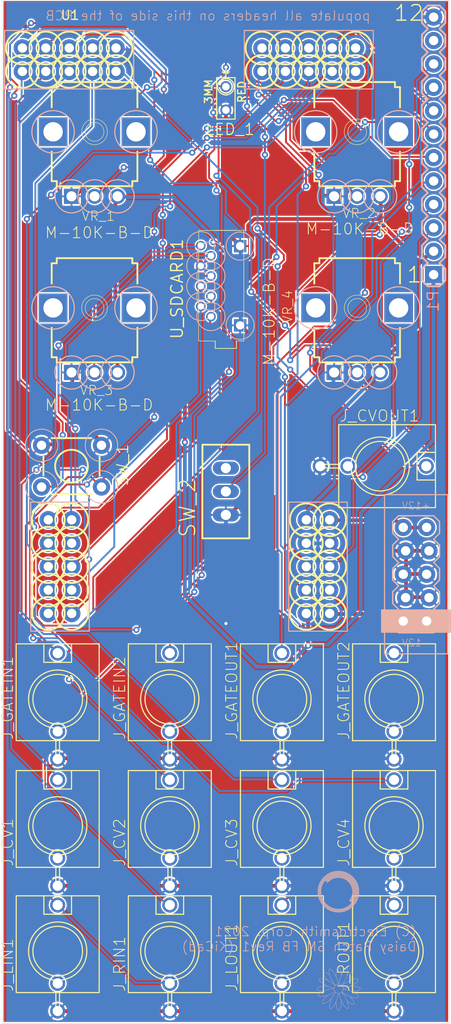
<source format=kicad_pcb>
(kicad_pcb (version 20240108) (generator "pcbnew") (generator_version "8.0")
  (layers (0 "F.Cu" signal "Top") (31 "B.Cu" signal "Bottom") (34 "B.Paste" user) (35 "F.Paste" user) (36 "B.SilkS" user "B.Silkscreen") (37 "F.SilkS" user "F.Silkscreen") (38 "B.Mask" user) (39 "F.Mask" user) (44 "Edge.Cuts" user))
  (net 0 "")
  (net 1 "+12V")
  (net 2 "-12V")
  (net 3 "GND")
  (net 4 "+5V")
  (net 5 "+3V3")
  (net 6 "/SIG_USB_DM")
  (net 7 "/SIG_UART_TX")
  (net 8 "/SIG_USB_DP")
  (net 9 "/SIG_UART_RX")
  (net 10 "/SIG_ROUT")
  (net 11 "/SIG_GATE_IN_1")
  (net 12 "/SIG_LOUT")
  (net 13 "/SIG_GATE_IN_2")
  (net 14 "/SIG_RIN")
  (net 15 "/SIG_SW2")
  (net 16 "/SIG_LIN")
  (net 17 "/SIG_SW1")
  (net 18 "/SIG_GATE_OUT_1")
  (net 19 "/SIG_GATE_OUT_2")
  (net 20 "/SIG_CVOUT2")
  (net 21 "/SIG_CVOUT1")
  (net 22 "/SIG_KNOB4")
  (net 23 "/SIG_CV4")
  (net 24 "/SIG_KNOB3")
  (net 25 "/SIG_CV3")
  (net 26 "/SIG_KNOB2")
  (net 27 "/SIG_CV2")
  (net 28 "/SIG_KNOB1")
  (net 29 "/SIG_CV1")
  (net 30 "/SD_CK")
  (net 31 "/SD_D0")
  (net 32 "/SD_CMD")
  (net 33 "/SD_D1")
  (net 34 "/SIG_SPI_MISO")
  (net 35 "/SD_D2")
  (net 36 "/SIG_SPI_MOSI")
  (net 37 "/SD_D3")
  (net 38 "/SIG_SPI_SCK")
  (net 39 "/SIG_SPI_NSS")
  (net 40 "Net-(J_CV1-PadNORM)")
  (net 41 "Net-(J_CV2-PadNORM)")
  (net 42 "Net-(J_CV3-PadNORM)")
  (net 43 "Net-(J_CV4-PadNORM)")
  (net 44 "Net-(J_GATEIN1-PadNORM)")
  (net 45 "Net-(J_GATEIN2-PadNORM)")
  (net 46 "Net-(J_GATEOUT1-PadNORM)")
  (net 47 "Net-(J_GATEOUT2-PadNORM)")
  (net 48 "Net-(J_CVOUT1-PadNORM)")
  (net 49 "Net-(SW_2-Pad3)")
  (net 50 "Net-(P1-Pad11)")
  (net 51 "Net-(J_LIN1-PadNORM)")
  (net 52 "Net-(J_LOUT1-PadNORM)")
  (net 53 "Net-(J_ROUT1-PadNORM)")
  (footprint "ES_Daisy_Patch_SM_FB_Rev1:S_JACK" (layer "F.Cu") (at 130.2511 139.0655)
    (property "Reference" "J_CV1")
    (property "Value" "EURO_JACK" (hide yes))
  )
  (footprint "ES_Daisy_Patch_SM_FB_Rev1:S_JACK" (layer "F.Cu") (at 142.4178 139.0655)
    (property "Reference" "J_CV2")
    (property "Value" "EURO_JACK" (hide yes))
  )
  (footprint "ES_Daisy_Patch_SM_FB_Rev1:S_JACK" (layer "F.Cu") (at 154.5844 139.0655)
    (property "Reference" "J_CV3")
    (property "Value" "EURO_JACK" (hide yes))
  )
  (footprint "ES_Daisy_Patch_SM_FB_Rev1:S_JACK" (layer "F.Cu") (at 166.7511 139.0655)
    (property "Reference" "J_CV4")
    (property "Value" "EURO_JACK" (hide yes))
  )
  (footprint "ES_Daisy_Patch_SM_FB_Rev1:S_JACK" (layer "F.Cu") (at 165.2511 100.0358 -90)
    (property "Reference" "J_CVOUT1")
    (property "Value" "EURO_JACK" (hide yes))
  )
  (footprint "ES_Daisy_Patch_SM_FB_Rev1:S_JACK" (layer "F.Cu") (at 130.2511 125.3155)
    (property "Reference" "J_GATEIN1")
    (property "Value" "EURO_JACK" (hide yes))
  )
  (footprint "ES_Daisy_Patch_SM_FB_Rev1:S_JACK" (layer "F.Cu") (at 142.4178 125.3155)
    (property "Reference" "J_GATEIN2")
    (property "Value" "EURO_JACK" (hide yes))
  )
  (footprint "ES_Daisy_Patch_SM_FB_Rev1:S_JACK" (layer "F.Cu") (at 154.5844 125.3155)
    (property "Reference" "J_GATEOUT1")
    (property "Value" "EURO_JACK" (hide yes))
  )
  (footprint "ES_Daisy_Patch_SM_FB_Rev1:S_JACK" (layer "F.Cu") (at 166.7511 125.3155)
    (property "Reference" "J_GATEOUT2")
    (property "Value" "EURO_JACK" (hide yes))
  )
  (footprint "ES_Daisy_Patch_SM_FB_Rev1:S_JACK" (layer "F.Cu") (at 130.2511 152.6536)
    (property "Reference" "J_LIN1")
    (property "Value" "EURO_JACK" (hide yes))
  )
  (footprint "ES_Daisy_Patch_SM_FB_Rev1:S_JACK" (layer "F.Cu") (at 154.5844 152.6536)
    (property "Reference" "J_LOUT1")
    (property "Value" "EURO_JACK" (hide yes))
  )
  (footprint "ES_Daisy_Patch_SM_FB_Rev1:S_JACK" (layer "F.Cu") (at 142.4178 152.6536)
    (property "Reference" "J_RIN1")
    (property "Value" "EURO_JACK" (hide yes))
  )
  (footprint "ES_Daisy_Patch_SM_FB_Rev1:S_JACK" (layer "F.Cu") (at 166.7511 152.6536)
    (property "Reference" "J_ROUT1")
    (property "Value" "EURO_JACK" (hide yes))
  )
  (footprint "ES_Daisy_Patch_SM_FB_Rev1:VERT_MICROSD_CENTERED" (layer "F.Cu") (at 148.5011 80.8554 90)
    (property "Reference" "U_SDCARD1")
    (property "Value" "MICRO_SD_CARDCENTERED" (hide yes))
  )
  (footprint "ES_Daisy_Patch_SM_FB_Rev1:9MM_SNAP-IN_POT_SILK" (layer "F.Cu") (at 134.2511 63.7556)
    (property "Reference" "VR_1")
    (property "Value" "M-10K-B-D")
  )
  (footprint "ES_Daisy_Patch_SM_FB_Rev1:9MM_SNAP-IN_POT_SILK" (layer "F.Cu") (at 162.7511 63.7556)
    (property "Reference" "VR_2")
    (property "Value" "M-10K-B-D")
  )
  (footprint "ES_Daisy_Patch_SM_FB_Rev1:9MM_SNAP-IN_POT_SILK" (layer "F.Cu") (at 134.2511 82.8648)
    (property "Reference" "VR_3")
    (property "Value" "M-10K-B-D")
  )
  (footprint "ES_Daisy_Patch_SM_FB_Rev1:9MM_SNAP-IN_POT_SILK" (layer "F.Cu") (at 162.7511 82.8648)
    (property "Reference" "VR_4")
    (property "Value" "M-10K-B-D")
  )
  (footprint "ES_Daisy_Patch_SM_FB_Rev1:LED" (layer "F.Cu") (at 148.5011 60.1275 -90)
    (property "Reference" "LED_1")
    (property "Value" "LED")
  )
  (footprint "ES_Daisy_Patch_SM_FB_Rev1:TL1105SPF250Q_SILK" (layer "F.Cu") (at 131.7511 100.0358 180)
    (property "Reference" "SW_1")
    (property "Value" "minibutton" (hide yes))
  )
  (footprint "ES_Daisy_Patch_SM_FB_Rev1:TOGGLE_ON-ON" (layer "F.Cu") (at 148.5011 102.7858 90)
    (property "Reference" "SW_2")
    (property "Value" "TOGGLE_ON-ON")
  )
  (footprint "Electrosmith-Boards:ES_DAISY_PATCH_SM_REV1" (layer "F.Cu") (at 144.5011 83.9336 90)
    (property "Reference" "U1")
    (property "Value" "ES_DAISY_PATCH_SM_REV1")
  )
  (footprint "ES_Daisy_Patch_SM_FB_Rev1:EURORACK_POWER_SHROUD_LOCK" (layer "B.Cu") (at 169.1511 111.7636 -90)
    (property "Reference" "EP1" (hide yes))
    (property "Value" "EURORACK_POWERLOCK" (hide yes))
  )
  (footprint "ES_Daisy_Patch_SM_FB_Rev1:1X12" (layer "B.Cu") (at 171.0511 79.2536 90)
    (property "Reference" "P1")
    (property "Value" "M12")
  )
  (footprint "ES_Daisy_Patch_SM_FB_Rev1:ES_DAISY_LOGO_1" (layer "B.Cu") (at 160.7511 156.7536 180)
    (property "Reference" "U$2" (hide yes))
    (property "Value" "DAISYLOGO" (hide yes))
  )
  (footprint "ES_Daisy_Patch_SM_FB_Rev1:ES_CIRCLE_4.5MM" (layer "B.Cu") (at 160.7511 146.2536 180)
    (property "Reference" "LOGO1" (hide yes))
    (property "Value" "ELECTROSMITH_CIRCLE_4.5MM" (hide yes))
  )
  (gr_line (start 124.2511 160.5036) (end 172.7511 160.5036) (stroke (width 0.05)) (layer "Edge.Cuts"))
  (gr_line (start 124.2511 49.5036) (end 172.7511 49.5036) (stroke (width 0.05)) (layer "Edge.Cuts"))
  (gr_line (start 124.2511 160.5036) (end 124.2511 49.5036) (stroke (width 0.05)) (layer "Edge.Cuts"))
  (gr_line (start 172.7511 160.5036) (end 172.7511 49.5036) (stroke (width 0.05)) (layer "Edge.Cuts"))
  (gr_text "(C) Electrosmith Corp. 2021\nDaisy Patch SM FB Rev1 (KiCad)" (at 169.2511 152.7536 0) (layer "B.SilkS") (effects (font (size 1.01346 1.01346) (thickness 0.085344)) (justify left bottom mirror)))
  (gr_text "populate all headers on this side of the PCB" (at 164.2511 51.7536 0) (layer "B.SilkS") (effects (font (size 1.01346 1.01346) (thickness 0.085344)) (justify left bottom mirror)))
  (gr_text "1" (at 168.0511 80.2536 0) (layer "F.SilkS") (effects (font (size 1.6891 1.6891) (thickness 0.14224)) (justify left bottom)))
  (gr_text "12" (at 166.6511 51.8536 0) (layer "F.SilkS") (effects (font (size 1.6891 1.6891) (thickness 0.14224)) (justify left bottom)))
  (segment (start 170.2284 106.7047) (end 167.8281 106.7047) (width 0.4064) (layer "F.Cu") (net 1))
  (segment (start 167.8281 106.7047) (end 167.7541 106.6836) (width 0.4064) (layer "F.Cu") (net 1))
  (segment (start 170.2284 106.7047) (end 170.2941 106.6836) (width 0.4064) (layer "F.Cu") (net 1))
  (segment (start 166.9137 105.9046) (end 159.9414 105.9046) (width 0.4064) (layer "F.Cu") (net 1))
  (segment (start 167.5995 106.5904) (end 166.9137 105.9046) (width 0.4064) (layer "F.Cu") (net 1))
  (segment (start 159.9414 105.9046) (end 159.8981 105.8536) (width 0.4064) (layer "F.Cu") (net 1))
  (segment (start 167.5995 106.5904) (end 167.7541 106.6836) (width 0.4064) (layer "F.Cu") (net 1))
  (segment (start 170.2284 116.7631) (end 167.8281 116.7631) (width 0.4064) (layer "F.Cu") (net 2))
  (segment (start 167.8281 116.7631) (end 167.7541 116.8436) (width 0.4064) (layer "F.Cu") (net 2))
  (segment (start 170.2284 116.7631) (end 170.2941 116.8436) (width 0.4064) (layer "F.Cu") (net 2))
  (segment (start 166.9137 116.0773) (end 159.9414 116.0773) (width 0.4064) (layer "F.Cu") (net 2))
  (segment (start 167.5995 116.7631) (end 166.9137 116.0773) (width 0.4064) (layer "F.Cu") (net 2))
  (segment (start 159.9414 116.0773) (end 159.8981 116.0136) (width 0.4064) (layer "F.Cu") (net 2))
  (segment (start 167.5995 116.7631) (end 167.7541 116.8436) (width 0.4064) (layer "F.Cu") (net 2))
  (segment (start 131.8236 94.246) (end 131.8236 89.9026) (width 0.4064) (layer "F.Cu") (net 3))
  (segment (start 134.9097 97.3321) (end 133.5381 95.9605) (width 0.4064) (layer "F.Cu") (net 3))
  (segment (start 133.5381 95.9605) (end 131.8236 94.246) (width 0.4064) (layer "F.Cu") (net 3))
  (segment (start 134.9097 97.675) (end 134.9097 97.3321) (width 0.4064) (layer "F.Cu") (net 3))
  (segment (start 131.8236 89.9026) (end 131.7511 89.8648) (width 0.4064) (layer "F.Cu") (net 3))
  (segment (start 134.9097 97.675) (end 135.0023 97.7752) (width 0.4064) (layer "F.Cu") (net 3))
  (segment (start 131.8236 97.675) (end 128.5089 97.675) (width 0.4064) (layer "F.Cu") (net 3))
  (segment (start 133.5381 95.9605) (end 131.8236 97.675) (width 0.4064) (layer "F.Cu") (net 3))
  (segment (start 128.5089 97.675) (end 128.4999 97.7752) (width 0.4064) (layer "F.Cu") (net 3))
  (segment (start 145.7682 77.7868) (end 145.7682 78.244) (width 0.4064) (layer "F.Cu") (net 3))
  (segment (start 144.6252 76.6438) (end 145.7682 77.7868) (width 0.4064) (layer "F.Cu") (net 3))
  (segment (start 144.6252 75.6151) (end 144.6252 76.6438) (width 0.4064) (layer "F.Cu") (net 3))
  (segment (start 145.5396 74.7007) (end 144.6252 75.6151) (width 0.4064) (layer "F.Cu") (net 3))
  (segment (start 148.6257 74.7007) (end 148.5114 74.7007) (width 0.4064) (layer "F.Cu") (net 3))
  (segment (start 148.5114 74.7007) (end 145.5396 74.7007) (width 0.4064) (layer "F.Cu") (net 3))
  (segment (start 149.9973 76.0723) (end 148.6257 74.7007) (width 0.4064) (layer "F.Cu") (net 3))
  (segment (start 145.7682 78.244) (end 145.7811 78.3054) (width 0.4064) (layer "F.Cu") (net 3))
  (segment (start 149.9973 76.0723) (end 150.0511 76.1554) (width 0.4064) (layer "F.Cu") (net 3))
  (segment (start 148.5114 74.7007) (end 148.5114 70.7002) (width 0.4064) (layer "F.Cu") (net 3))
  (segment (start 148.5114 70.7002) (end 148.5114 61.4419) (width 0.4064) (layer "F.Cu") (net 3))
  (segment (start 148.5114 61.4419) (end 148.5011 61.3975) (width 0.4064) (layer "F.Cu") (net 3))
  (segment (start 148.9686 105.2188) (end 148.5114 105.2188) (width 0.4064) (layer "F.Cu") (net 3))
  (segment (start 150.7974 103.39) (end 148.9686 105.2188) (width 0.4064) (layer "F.Cu") (net 3))
  (segment (start 150.7974 85.4449) (end 150.7974 103.39) (width 0.4064) (layer "F.Cu") (net 3))
  (segment (start 150.1116 84.7591) (end 150.7974 85.4449) (width 0.4064) (layer "F.Cu") (net 3))
  (segment (start 148.5114 105.2188) (end 148.5011 105.3258) (width 0.4064) (layer "F.Cu") (net 3))
  (segment (start 150.1116 84.7591) (end 150.0511 84.7554) (width 0.4064) (layer "F.Cu") (net 3))
  (segment (start 132.1665 70.7002) (end 131.8236 70.7002) (width 0.4064) (layer "F.Cu") (net 3))
  (segment (start 133.6524 69.2143) (end 132.1665 70.7002) (width 0.4064) (layer "F.Cu") (net 3))
  (segment (start 137.31 69.2143) (end 133.6524 69.2143) (width 0.4064) (layer "F.Cu") (net 3))
  (segment (start 140.6247 72.529) (end 137.31 69.2143) (width 0.4064) (layer "F.Cu") (net 3))
  (segment (start 140.6247 73.1005) (end 140.6247 72.529) (width 0.4064) (layer "F.Cu") (net 3))
  (segment (start 143.025 75.5008) (end 140.6247 73.1005) (width 0.4064) (layer "F.Cu") (net 3))
  (segment (start 144.5109 75.5008) (end 143.025 75.5008) (width 0.4064) (layer "F.Cu") (net 3))
  (segment (start 131.8236 70.7002) (end 131.7511 70.7556) (width 0.4064) (layer "F.Cu") (net 3))
  (segment (start 144.5109 75.5008) (end 144.6252 75.6151) (width 0.4064) (layer "F.Cu") (net 3))
  (segment (start 148.5114 70.7002) (end 160.17 70.7002) (width 0.4064) (layer "F.Cu") (net 3))
  (segment (start 160.17 70.7002) (end 160.2511 70.7556) (width 0.4064) (layer "F.Cu") (net 3))
  (segment (start 170.2284 111.7339) (end 167.8281 111.7339) (width 0.4064) (layer "F.Cu") (net 3))
  (segment (start 167.8281 111.7339) (end 167.7541 111.7636) (width 0.4064) (layer "F.Cu") (net 3))
  (segment (start 170.2284 111.7339) (end 170.2941 111.7636) (width 0.4064) (layer "F.Cu") (net 3))
  (segment (start 168.0567 111.8482) (end 168.0567 114.2485) (width 0.4064) (layer "F.Cu") (net 3))
  (segment (start 168.0567 114.2485) (end 168.0081 114.3036) (width 0.4064) (layer "F.Cu") (net 3))
  (segment (start 168.0567 111.8482) (end 167.7541 111.7636) (width 0.4064) (layer "F.Cu") (net 3))
  (segment (start 168.0567 111.6196) (end 168.0567 109.3336) (width 0.4064) (layer "F.Cu") (net 3))
  (segment (start 168.0567 109.3336) (end 168.0081 109.2236) (width 0.4064) (layer "F.Cu") (net 3))
  (segment (start 168.0567 111.6196) (end 167.7541 111.7636) (width 0.4064) (layer "F.Cu") (net 3))
  (segment (start 168.171 114.2485) (end 170.457 114.2485) (width 0.4064) (layer "F.Cu") (net 3))
  (segment (start 170.457 114.2485) (end 170.5481 114.3036) (width 0.4064) (layer "F.Cu") (net 3))
  (segment (start 168.171 114.2485) (end 168.0081 114.3036) (width 0.4064) (layer "F.Cu") (net 3))
  (segment (start 168.171 109.2193) (end 170.457 109.2193) (width 0.4064) (layer "F.Cu") (net 3))
  (segment (start 170.457 109.2193) (end 170.5481 109.2236) (width 0.4064) (layer "F.Cu") (net 3))
  (segment (start 168.171 109.2193) (end 168.0081 109.2236) (width 0.4064) (layer "F.Cu") (net 3))
  (segment (start 160.5129 109.2193) (end 167.8281 109.2193) (width 0.4064) (layer "F.Cu") (net 3))
  (segment (start 159.7128 108.4192) (end 160.5129 109.2193) (width 0.4064) (layer "F.Cu") (net 3))
  (segment (start 167.8281 109.2193) (end 168.0081 109.2236) (width 0.4064) (layer "F.Cu") (net 3))
  (segment (start 159.7128 108.4192) (end 159.6441 108.3936) (width 0.4064) (layer "F.Cu") (net 3))
  (segment (start 142.3392 131.7364) (end 136.3956 131.7364) (width 0.4064) (layer "F.Cu") (net 3))
  (segment (start 136.3956 131.7364) (end 130.3377 131.7364) (width 0.4064) (layer "F.Cu") (net 3))
  (segment (start 130.3377 131.7364) (end 130.2511 131.8155) (width 0.4064) (layer "F.Cu") (net 3))
  (segment (start 142.3392 131.7364) (end 142.4178 131.8155) (width 0.4064) (layer "F.Cu") (net 3))
  (segment (start 142.5678 131.7364) (end 148.5114 131.7364) (width 0.4064) (layer "F.Cu") (net 3))
  (segment (start 148.5114 131.7364) (end 154.5693 131.7364) (width 0.4064) (layer "F.Cu") (net 3))
  (segment (start 154.5693 131.7364) (end 154.5844 131.8155) (width 0.4064) (layer "F.Cu") (net 3))
  (segment (start 142.5678 131.7364) (end 142.4178 131.8155) (width 0.4064) (layer "F.Cu") (net 3))
  (segment (start 142.3392 159.1684) (end 136.3956 159.1684) (width 0.4064) (layer "F.Cu") (net 3))
  (segment (start 136.3956 159.1684) (end 130.3377 159.1684) (width 0.4064) (layer "F.Cu") (net 3))
  (segment (start 130.3377 159.1684) (end 130.2511 159.1536) (width 0.4064) (layer "F.Cu") (net 3))
  (segment (start 142.3392 159.1684) (end 142.4178 159.1536) (width 0.4064) (layer "F.Cu") (net 3))
  (segment (start 142.5678 159.1684) (end 154.5693 159.1684) (width 0.4064) (layer "F.Cu") (net 3))
  (segment (start 154.5693 159.1684) (end 154.5844 159.1536) (width 0.4064) (layer "F.Cu") (net 3))
  (segment (start 142.5678 159.1684) (end 142.4178 159.1536) (width 0.4064) (layer "F.Cu") (net 3))
  (segment (start 154.6836 159.1684) (end 166.6851 159.1684) (width 0.4064) (layer "F.Cu") (net 3))
  (segment (start 166.6851 159.1684) (end 166.7511 159.1536) (width 0.4064) (layer "F.Cu") (net 3))
  (segment (start 154.6836 159.1684) (end 154.5844 159.1536) (width 0.4064) (layer "F.Cu") (net 3))
  (segment (start 142.3392 145.5667) (end 136.3956 145.5667) (width 0.4064) (layer "F.Cu") (net 3))
  (segment (start 136.3956 145.5667) (end 130.3377 145.5667) (width 0.4064) (layer "F.Cu") (net 3))
  (segment (start 130.3377 145.5667) (end 130.2511 145.5655) (width 0.4064) (layer "F.Cu") (net 3))
  (segment (start 142.3392 145.5667) (end 142.4178 145.5655) (width 0.4064) (layer "F.Cu") (net 3))
  (segment (start 142.5678 145.5667) (end 154.5693 145.5667) (width 0.4064) (layer "F.Cu") (net 3))
  (segment (start 154.5693 145.5667) (end 154.5844 145.5655) (width 0.4064) (layer "F.Cu") (net 3))
  (segment (start 142.5678 145.5667) (end 142.4178 145.5655) (width 0.4064) (layer "F.Cu") (net 3))
  (segment (start 136.3956 145.5667) (end 136.3956 159.1684) (width 0.4064) (layer "F.Cu") (net 3))
  (segment (start 136.3956 145.5667) (end 136.3956 131.7364) (width 0.4064) (layer "F.Cu") (net 3))
  (segment (start 148.5114 131.7364) (end 148.5114 117.106) (width 0.4064) (layer "F.Cu") (net 3))
  (via (at 148.5114 117.106) (size 0.6858) (drill 0.3302) (layers "F.Cu" "B.Cu") (net 3))
  (segment (start 150.1116 76.1866) (end 150.1116 84.6448) (width 0.4064) (layer "B.Cu") (net 3))
  (segment (start 150.1116 84.6448) (end 150.0511 84.7554) (width 0.4064) (layer "B.Cu") (net 3))
  (segment (start 150.1116 76.1866) (end 150.0511 76.1554) (width 0.4064) (layer "B.Cu") (net 3))
  (segment (start 149.7687 55.1554) (end 153.5406 51.3835) (width 0.4064) (layer "B.Cu") (net 3))
  (segment (start 149.7687 60.0703) (end 149.7687 55.1554) (width 0.4064) (layer "B.Cu") (net 3))
  (segment (start 148.5114 61.3276) (end 149.7687 60.0703) (width 0.4064) (layer "B.Cu") (net 3))
  (segment (start 148.5114 61.3276) (end 148.5011 61.3975) (width 0.4064) (layer "B.Cu") (net 3))
  (segment (start 132.2808 89.7883) (end 131.8236 89.7883) (width 0.4064) (layer "B.Cu") (net 3))
  (segment (start 136.9671 85.102) (end 132.2808 89.7883) (width 0.4064) (layer "B.Cu") (net 3))
  (segment (start 140.5104 85.102) (end 136.9671 85.102) (width 0.4064) (layer "B.Cu") (net 3))
  (segment (start 144.6252 80.9872) (end 140.5104 85.102) (width 0.4064) (layer "B.Cu") (net 3))
  (segment (start 144.6252 79.5013) (end 144.6252 80.9872) (width 0.4064) (layer "B.Cu") (net 3))
  (segment (start 145.7682 78.3583) (end 144.6252 79.5013) (width 0.4064) (layer "B.Cu") (net 3))
  (segment (start 131.8236 89.7883) (end 131.7511 89.8648) (width 0.4064) (layer "B.Cu") (net 3))
  (segment (start 145.7682 78.3583) (end 145.7811 78.3054) (width 0.4064) (layer "B.Cu") (net 3))
  (segment (start 158.6841 102.247) (end 158.6841 100.0753) (width 0.4064) (layer "B.Cu") (net 3))
  (segment (start 155.7123 105.2188) (end 158.6841 102.247) (width 0.4064) (layer "B.Cu") (net 3))
  (segment (start 155.7123 106.9333) (end 155.7123 105.2188) (width 0.4064) (layer "B.Cu") (net 3))
  (segment (start 157.0839 108.3049) (end 155.7123 106.9333) (width 0.4064) (layer "B.Cu") (net 3))
  (segment (start 158.6841 100.0753) (end 158.7511 100.0358) (width 0.4064) (layer "B.Cu") (net 3))
  (segment (start 157.0839 108.3049) (end 157.1041 108.3936) (width 0.4064) (layer "B.Cu") (net 3))
  (segment (start 160.17 93.6745) (end 160.17 89.9026) (width 0.4064) (layer "B.Cu") (net 3))
  (segment (start 158.7984 95.0461) (end 160.17 93.6745) (width 0.4064) (layer "B.Cu") (net 3))
  (segment (start 158.7984 99.8467) (end 158.7984 95.0461) (width 0.4064) (layer "B.Cu") (net 3))
  (segment (start 160.17 89.9026) (end 160.2511 89.8648) (width 0.4064) (layer "B.Cu") (net 3))
  (segment (start 158.7984 99.8467) (end 158.7511 100.0358) (width 0.4064) (layer "B.Cu") (net 3))
  (segment (start 157.3125 108.4192) (end 159.5985 108.4192) (width 0.4064) (layer "B.Cu") (net 3))
  (segment (start 159.5985 108.4192) (end 159.6441 108.3936) (width 0.4064) (layer "B.Cu") (net 3))
  (segment (start 157.3125 108.4192) (end 157.1041 108.3936) (width 0.4064) (layer "B.Cu") (net 3))
  (segment (start 154.6836 131.7364) (end 165.3135 131.7364) (width 0.4064) (layer "B.Cu") (net 3))
  (segment (start 165.3135 131.7364) (end 166.6851 131.7364) (width 0.4064) (layer "B.Cu") (net 3))
  (segment (start 166.6851 131.7364) (end 166.7511 131.8155) (width 0.4064) (layer "B.Cu") (net 3))
  (segment (start 154.6836 131.7364) (end 154.5844 131.8155) (width 0.4064) (layer "B.Cu") (net 3))
  (segment (start 154.6836 145.5667) (end 166.6851 145.5667) (width 0.4064) (layer "B.Cu") (net 3))
  (segment (start 166.6851 145.5667) (end 166.7511 145.5655) (width 0.4064) (layer "B.Cu") (net 3))
  (segment (start 154.6836 145.5667) (end 154.5844 145.5655) (width 0.4064) (layer "B.Cu") (net 3))
  (segment (start 165.3135 116.9917) (end 167.9424 114.3628) (width 0.4064) (layer "B.Cu") (net 3))
  (segment (start 165.3135 131.7364) (end 165.3135 116.9917) (width 0.4064) (layer "B.Cu") (net 3))
  (segment (start 167.9424 114.3628) (end 168.0081 114.3036) (width 0.4064) (layer "B.Cu") (net 3))
  (segment (start 148.5114 117.106) (end 148.5114 105.3331) (width 0.4064) (layer "B.Cu") (net 3))
  (segment (start 148.5114 105.3331) (end 148.5011 105.3258) (width 0.4064) (layer "B.Cu") (net 3))
  (segment (start 153.6105 51.3136) (end 171.0511 51.3136) (width 0.406) (layer "B.Cu") (net 3))
  (segment (start 153.5406 51.3835) (end 153.6105 51.3136) (width 0.406) (layer "B.Cu") (net 3))
  (segment (start 136.7385 84.8734) (end 136.7385 89.7883) (width 0.4064) (layer "F.Cu") (net 4))
  (segment (start 136.5099 84.6448) (end 136.7385 84.8734) (width 0.4064) (layer "F.Cu") (net 4))
  (segment (start 136.5099 71.0431) (end 136.5099 84.6448) (width 0.4064) (layer "F.Cu") (net 4))
  (segment (start 136.7385 70.8145) (end 136.5099 71.0431) (width 0.4064) (layer "F.Cu") (net 4))
  (segment (start 136.7385 89.7883) (end 136.7511 89.8648) (width 0.4064) (layer "F.Cu") (net 4))
  (segment (start 136.7385 70.8145) (end 136.7511 70.7556) (width 0.4064) (layer "F.Cu") (net 4))
  (segment (start 165.3135 88.8739) (end 165.3135 89.7883) (width 0.4064) (layer "F.Cu") (net 4))
  (segment (start 169.4283 84.7591) (end 165.3135 88.8739) (width 0.4064) (layer "F.Cu") (net 4))
  (segment (start 169.4283 78.1297) (end 169.4283 84.7591) (width 0.4064) (layer "F.Cu") (net 4))
  (segment (start 169.59975 77.95825) (end 169.4283 78.1297) (width 0.4064) (layer "F.Cu") (net 4))
  (segment (start 165.3135 89.7883) (end 165.2511 89.8648) (width 0.4064) (layer "F.Cu") (net 4))
  (segment (start 165.3135 73.672) (end 165.3135 73.2148) (width 0.4064) (layer "F.Cu") (net 4))
  (segment (start 165.3135 73.2148) (end 165.3135 70.8145) (width 0.4064) (layer "F.Cu") (net 4))
  (segment (start 169.59975 77.95825) (end 165.3135 73.672) (width 0.4064) (layer "F.Cu") (net 4))
  (segment (start 165.3135 70.8145) (end 165.2511 70.7556) (width 0.4064) (layer "F.Cu") (net 4))
  (segment (start 147.3684 75.7294) (end 147.1398 75.7294) (width 0.4064) (layer "F.Cu") (net 4))
  (segment (start 149.0829 77.4439) (end 147.3684 75.7294) (width 0.4064) (layer "F.Cu") (net 4))
  (segment (start 151.026 77.4439) (end 149.0829 77.4439) (width 0.4064) (layer "F.Cu") (net 4))
  (segment (start 151.3689 77.101) (end 151.026 77.4439) (width 0.4064) (layer "F.Cu") (net 4))
  (segment (start 151.3689 75.0436) (end 151.3689 77.101) (width 0.4064) (layer "F.Cu") (net 4))
  (segment (start 150.9117 74.5864) (end 151.3689 75.0436) (width 0.4064) (layer "F.Cu") (net 4))
  (segment (start 150.9117 73.9006) (end 150.9117 74.5864) (width 0.4064) (layer "F.Cu") (net 4))
  (segment (start 151.5975 73.2148) (end 150.9117 73.9006) (width 0.4064) (layer "F.Cu") (net 4))
  (segment (start 165.3135 73.2148) (end 151.5975 73.2148) (width 0.4064) (layer "F.Cu") (net 4))
  (segment (start 171.0511 76.7136) (end 170.849393 76.7136) (width 0.4064) (layer "F.Cu") (net 4))
  (segment (start 170.849393 76.7136) (end 169.604743 77.95825) (width 0.4064) (layer "F.Cu") (net 4))
  (segment (start 169.604743 77.95825) (end 169.59975 77.95825) (width 0.4064) (layer "F.Cu") (net 4))
  (via (at 147.1398 75.7294) (size 0.6858) (drill 0.3302) (layers "F.Cu" "B.Cu") (net 4))
  (segment (start 157.4268 104.7616) (end 157.4268 105.7903) (width 0.4064) (layer "B.Cu") (net 4))
  (segment (start 160.2843 101.9041) (end 157.4268 104.7616) (width 0.4064) (layer "B.Cu") (net 4))
  (segment (start 160.2843 94.8175) (end 160.2843 101.9041) (width 0.4064) (layer "B.Cu") (net 4))
  (segment (start 165.1992 89.9026) (end 160.2843 94.8175) (width 0.4064) (layer "B.Cu") (net 4))
  (segment (start 157.4268 105.7903) (end 157.3581 105.8536) (width 0.4064) (layer "B.Cu") (net 4))
  (segment (start 165.1992 89.9026) (end 165.2511 89.8648) (width 0.4064) (layer "B.Cu") (net 4))
  (segment (start 142.7964 70.8145) (end 136.8528 70.8145) (width 0.4064) (layer "B.Cu") (net 4))
  (segment (start 147.1398 75.1579) (end 142.7964 70.8145) (width 0.4064) (layer "B.Cu") (net 4))
  (segment (start 147.1398 75.7294) (end 147.1398 75.1579) (width 0.4064) (layer "B.Cu") (net 4))
  (segment (start 136.8528 70.8145) (end 136.7511 70.7556) (width 0.4064) (layer "B.Cu") (net 4))
  (segment (start 145.7682 81.1015) (end 145.7682 80.53) (width 0.4064) (layer "F.Cu") (net 5))
  (segment (start 144.0537 82.816) (end 145.7682 81.1015) (width 0.4064) (layer "F.Cu") (net 5))
  (segment (start 144.0537 97.4464) (end 144.0537 82.816) (width 0.4064) (layer "F.Cu") (net 5))
  (segment (start 157.4268 116.0773) (end 157.4268 119.5063) (width 0.4064) (layer "F.Cu") (net 5))
  (segment (start 145.7682 80.53) (end 145.7811 80.5054) (width 0.4064) (layer "F.Cu") (net 5))
  (segment (start 157.4268 116.0773) (end 157.3581 116.0136) (width 0.4064) (layer "F.Cu") (net 5))
  (via (at 144.0537 97.4464) (size 0.6858) (drill 0.3302) (layers "F.Cu" "B.Cu") (net 5))
  (via (at 157.4268 119.5063) (size 0.6858) (drill 0.3302) (layers "F.Cu" "B.Cu") (net 5))
  (segment (start 144.0537 114.0199) (end 144.0537 97.4464) (width 0.4064) (layer "B.Cu") (net 5))
  (segment (start 151.8261 121.7923) (end 144.0537 114.0199) (width 0.4064) (layer "B.Cu") (net 5))
  (segment (start 155.1408 121.7923) (end 151.8261 121.7923) (width 0.4064) (layer "B.Cu") (net 5))
  (segment (start 157.4268 119.5063) (end 155.1408 121.7923) (width 0.4064) (layer "B.Cu") (net 5))
  (segment (start 171.0285 97.2178) (end 171.0285 81.3936) (width 0.4064) (layer "B.Cu") (net 5))
  (segment (start 171.0285 81.3936) (end 171.0285 81.1777) (width 0.4064) (layer "B.Cu") (net 5))
  (segment (start 163.1418 105.1045) (end 171.0285 97.2178) (width 0.4064) (layer "B.Cu") (net 5))
  (segment (start 163.1418 115.8487) (end 163.1418 105.1045) (width 0.4064) (layer "B.Cu") (net 5))
  (segment (start 159.5985 119.392) (end 163.1418 115.8487) (width 0.4064) (layer "B.Cu") (net 5))
  (segment (start 157.5411 119.392) (end 159.5985 119.392) (width 0.4064) (layer "B.Cu") (net 5))
  (segment (start 157.5411 119.392) (end 157.4268 119.5063) (width 0.4064) (layer "B.Cu") (net 5))
  (segment (start 171.0285 81.1777) (end 171.0285 79.2762) (width 0.4064) (layer "B.Cu") (net 5))
  (segment (start 171.0285 79.2762) (end 171.0511 79.2536) (width 0.4064) (layer "B.Cu") (net 5))
  (segment (start 168.171 74.5864) (end 167.5995 74.5864) (width 0.2032) (layer "F.Cu") (net 6))
  (segment (start 170.24745 72.50995) (end 168.171 74.5864) (width 0.2032) (layer "F.Cu") (net 6))
  (segment (start 171.0511 71.6336) (end 171.0511 71.7063) (width 0.2032) (layer "F.Cu") (net 6))
  (segment (start 171.0511 71.7063) (end 170.24745 72.50995) (width 0.2032) (layer "F.Cu") (net 6))
  (via (at 167.5995 74.5864) (size 0.6858) (drill 0.3302) (layers "F.Cu" "B.Cu") (net 6))
  (segment (start 154.9122 108.4192) (end 157.3125 110.8195) (width 0.2032) (layer "B.Cu") (net 6))
  (segment (start 154.9122 93.5602) (end 154.9122 108.4192) (width 0.2032) (layer "B.Cu") (net 6))
  (segment (start 158.9127 89.5597) (end 154.9122 93.5602) (width 0.2032) (layer "B.Cu") (net 6))
  (segment (start 158.9127 87.6166) (end 158.9127 89.5597) (width 0.2032) (layer "B.Cu") (net 6))
  (segment (start 164.8563 81.673) (end 158.9127 87.6166) (width 0.2032) (layer "B.Cu") (net 6))
  (segment (start 164.8563 77.3296) (end 164.8563 81.673) (width 0.2032) (layer "B.Cu") (net 6))
  (segment (start 167.5995 74.5864) (end 164.8563 77.3296) (width 0.2032) (layer "B.Cu") (net 6))
  (segment (start 157.3125 110.8195) (end 157.3581 110.9336) (width 0.2032) (layer "B.Cu") (net 6))
  (segment (start 168.3996 67.2712) (end 168.3996 71.9575) (width 0.2032) (layer "F.Cu") (net 7))
  (via (at 168.3996 71.9575) (size 0.6858) (drill 0.3302) (layers "F.Cu" "B.Cu") (net 7))
  (via (at 168.3996 67.2712) (size 0.6858) (drill 0.3302) (layers "F.Cu" "B.Cu") (net 7))
  (segment (start 168.3996 66.2425) (end 168.3996 67.2712) (width 0.2032) (layer "B.Cu") (net 7))
  (segment (start 169.1997 65.4424) (end 168.3996 66.2425) (width 0.2032) (layer "B.Cu") (net 7))
  (segment (start 169.1997 65.4424) (end 169.1997 58.2415) (width 0.2032) (layer "B.Cu") (net 7))
  (segment (start 171.0476 56.3936) (end 171.0511 56.3936) (width 0.2032) (layer "B.Cu") (net 7))
  (segment (start 169.1997 58.2415) (end 171.0476 56.3936) (width 0.2032) (layer "B.Cu") (net 7))
  (segment (start 165.3135 84.6448) (end 166.6851 86.0164) (width 0.2032) (layer "B.Cu") (net 7))
  (segment (start 168.3996 71.9575) (end 168.3996 74.815) (width 0.2032) (layer "B.Cu") (net 7))
  (segment (start 165.3135 77.9011) (end 165.3135 84.6448) (width 0.2032) (layer "B.Cu") (net 7))
  (segment (start 166.6851 96.8749) (end 162.3417 101.2183) (width 0.2032) (layer "B.Cu") (net 7))
  (segment (start 159.9414 110.8195) (end 159.8981 110.9336) (width 0.2032) (layer "B.Cu") (net 7))
  (segment (start 168.3996 74.815) (end 165.3135 77.9011) (width 0.2032) (layer "B.Cu") (net 7))
  (segment (start 162.3417 108.6583) (end 160.1805 110.8195) (width 0.2032) (layer "B.Cu") (net 7))
  (segment (start 160.1805 110.8195) (end 159.9414 110.8195) (width 0.2032) (layer "B.Cu") (net 7))
  (segment (start 166.6851 86.0164) (end 166.6851 96.8749) (width 0.2032) (layer "B.Cu") (net 7))
  (segment (start 162.3417 101.2183) (end 162.3417 108.6583) (width 0.2032) (layer "B.Cu") (net 7))
  (segment (start 157.0839 113.4484) (end 157.1041 113.4736) (width 0.2032) (layer "F.Cu") (net 8))
  (segment (start 163.3704 101.2183) (end 159.61155 101.2183) (width 0.2032) (layer "F.Cu") (net 8))
  (segment (start 156.9484 113.4484) (end 157.0839 113.4484) (width 0.2032) (layer "F.Cu") (net 8))
  (segment (start 155.598 112.098) (end 156.9484 113.4484) (width 0.2032) (layer "F.Cu") (net 8))
  (segment (start 159.61155 101.2183) (end 155.598 105.23185) (width 0.2032) (layer "F.Cu") (net 8))
  (segment (start 155.598 105.23185) (end 155.598 112.098) (width 0.2032) (layer "F.Cu") (net 8))
  (via (at 163.3704 101.2183) (size 0.6858) (drill 0.3302) (layers "F.Cu" "B.Cu") (net 8))
  (segment (start 163.3704 100.8754) (end 163.3704 101.2183) (width 0.2032) (layer "B.Cu") (net 8))
  (segment (start 169.5426 94.7032) (end 163.3704 100.8754) (width 0.2032) (layer "B.Cu") (net 8))
  (segment (start 169.5426 75.7294) (end 169.5426 94.7032) (width 0.2032) (layer "B.Cu") (net 8))
  (segment (start 171.0511 74.1736) (end 171.0511 74.2209) (width 0.2032) (layer "B.Cu") (net 8))
  (segment (start 171.0511 74.2209) (end 169.5426 75.7294) (width 0.2032) (layer "B.Cu") (net 8))
  (segment (start 161.4273 115.2772) (end 159.7128 113.5627) (width 0.2032) (layer "B.Cu") (net 9))
  (segment (start 161.4273 116.5345) (end 161.4273 115.2772) (width 0.2032) (layer "B.Cu") (net 9))
  (segment (start 160.3986 117.5632) (end 161.4273 116.5345) (width 0.2032) (layer "B.Cu") (net 9))
  (segment (start 156.8553 117.5632) (end 160.3986 117.5632) (width 0.2032) (layer "B.Cu") (net 9))
  (segment (start 155.0265 115.7344) (end 156.8553 117.5632) (width 0.2032) (layer "B.Cu") (net 9))
  (segment (start 155.0265 109.2193) (end 155.0265 115.7344) (width 0.2032) (layer "B.Cu") (net 9))
  (segment (start 154.455 108.6478) (end 155.0265 109.2193) (width 0.2032) (layer "B.Cu") (net 9))
  (segment (start 154.455 92.5315) (end 154.455 108.6478) (width 0.2032) (layer "B.Cu") (net 9))
  (segment (start 158.4555 88.531) (end 154.455 92.5315) (width 0.2032) (layer "B.Cu") (net 9))
  (segment (start 158.4555 87.388) (end 158.4555 88.531) (width 0.2032) (layer "B.Cu") (net 9))
  (segment (start 164.3991 81.4444) (end 158.4555 87.388) (width 0.2032) (layer "B.Cu") (net 9))
  (segment (start 164.3991 74.2435) (end 164.3991 81.4444) (width 0.2032) (layer "B.Cu") (net 9))
  (segment (start 169.6569 68.9857) (end 164.3991 74.2435) (width 0.2032) (layer "B.Cu") (net 9))
  (segment (start 169.6569 68.9857) (end 169.6569 60.4132) (width 0.2032) (layer "B.Cu") (net 9))
  (segment (start 159.7128 113.5627) (end 159.6441 113.4736) (width 0.2032) (layer "B.Cu") (net 9))
  (segment (start 171.0511 59.019) (end 171.0511 58.9336) (width 0.2032) (layer "B.Cu") (net 9))
  (segment (start 169.6569 60.4132) (end 171.0511 59.019) (width 0.2032) (layer "B.Cu") (net 9))
  (segment (start 166.6851 147.3955) (end 166.6851 147.6241) (width 0.2032) (layer "F.Cu") (net 10))
  (segment (start 156.5124 137.2228) (end 166.6851 147.3955) (width 0.2032) (layer "F.Cu") (net 10))
  (segment (start 156.5124 117.2203) (end 156.5124 137.2228) (width 0.2032) (layer "F.Cu") (net 10))
  (segment (start 154.9122 115.6201) (end 156.5124 117.2203) (width 0.2032) (layer "F.Cu") (net 10))
  (segment (start 154.9122 90.3598) (end 154.9122 115.6201) (width 0.2032) (layer "F.Cu") (net 10))
  (segment (start 166.6851 147.6241) (end 166.7511 147.6536) (width 0.2032) (layer "F.Cu") (net 10))
  (via (at 154.9122 90.3598) (size 0.6858) (drill 0.3302) (layers "F.Cu" "B.Cu") (net 10))
  (segment (start 162.5811 54.7906) (end 162.6846 54.8125) (width 0.2032) (layer "B.Cu") (net 10))
  (segment (start 160.0557 65.671) (end 159.4842 65.671) (width 0.2032) (layer "B.Cu") (net 10))
  (segment (start 154.9122 90.0169) (end 154.9122 90.3598) (width 0.2032) (layer "B.Cu") (net 10))
  (segment (start 153.1977 71.9575) (end 153.1977 88.3024) (width 0.2032) (layer "B.Cu") (net 10))
  (segment (start 153.1977 88.3024) (end 154.9122 90.0169) (width 0.2032) (layer "B.Cu") (net 10))
  (segment (start 159.4842 65.671) (end 153.1977 71.9575) (width 0.2032) (layer "B.Cu") (net 10))
  (segment (start 163.9419 58.22835) (end 162.7989 59.37135) (width 0.2032) (layer "B.Cu") (net 10))
  (segment (start 162.7989 62.9278) (end 160.0557 65.671) (width 0.2032) (layer "B.Cu") (net 10))
  (segment (start 163.9419 56.0698) (end 163.9419 58.22835) (width 0.2032) (layer "B.Cu") (net 10))
  (segment (start 162.7989 59.37135) (end 162.7989 62.9278) (width 0.2032) (layer "B.Cu") (net 10))
  (segment (start 162.6846 54.8125) (end 163.9419 56.0698) (width 0.2032) (layer "B.Cu") (net 10))
  (segment (start 126.7944 116.8774) (end 130.2234 120.3064) (width 0.2032) (layer "F.Cu") (net 11))
  (segment (start 126.7944 106.4761) (end 126.7944 116.8774) (width 0.2032) (layer "F.Cu") (net 11))
  (segment (start 131.2521 102.0184) (end 126.7944 106.4761) (width 0.2032) (layer "F.Cu") (net 11))
  (segment (start 133.4238 102.0184) (end 131.2521 102.0184) (width 0.2032) (layer "F.Cu") (net 11))
  (segment (start 140.739 74.5864) (end 140.739 94.7032) (width 0.2032) (layer "F.Cu") (net 11))
  (segment (start 142.4535 69.4429) (end 142.4535 71.8432) (width 0.2032) (layer "F.Cu") (net 11))
  (segment (start 146.454 65.4424) (end 142.4535 69.4429) (width 0.2032) (layer "F.Cu") (net 11))
  (segment (start 130.2234 120.3064) (end 130.2511 120.3155) (width 0.2032) (layer "F.Cu") (net 11))
  (via (at 133.4238 102.0184) (size 0.6858) (drill 0.3302) (layers "F.Cu" "B.Cu") (net 11))
  (via (at 140.739 94.7032) (size 0.6858) (drill 0.3302) (layers "F.Cu" "B.Cu") (net 11))
  (via (at 140.739 74.5864) (size 0.6858) (drill 0.3302) (layers "F.Cu" "B.Cu") (net 11))
  (via (at 142.4535 71.8432) (size 0.6858) (drill 0.3302) (layers "F.Cu" "B.Cu") (net 11))
  (via (at 146.454 65.4424) (size 0.6858) (drill 0.3302) (layers "F.Cu" "B.Cu") (net 11))
  (segment (start 140.739 94.7032) (end 133.4238 102.0184) (width 0.2032) (layer "B.Cu") (net 11))
  (segment (start 140.739 72.6433) (end 140.739 74.5864) (width 0.2032) (layer "B.Cu") (net 11))
  (segment (start 141.5391 71.8432) (end 140.739 72.6433) (width 0.2032) (layer "B.Cu") (net 11))
  (segment (start 142.4535 71.8432) (end 141.5391 71.8432) (width 0.2032) (layer "B.Cu") (net 11))
  (segment (start 162.5703 57.4414) (end 161.0117 59) (width 0.2032) (layer "B.Cu") (net 11))
  (segment (start 162.5811 57.3306) (end 162.5703 57.4414) (width 0.2032) (layer "B.Cu") (net 11))
  (segment (start 161.0117 59) (end 159.2972 59) (width 0.2032) (layer "B.Cu") (net 11))
  (segment (start 159.2972 59) (end 152.8548 65.4424) (width 0.2032) (layer "B.Cu") (net 11))
  (segment (start 152.8548 65.4424) (end 146.454 65.4424) (width 0.2032) (layer "B.Cu") (net 11))
  (segment (start 154.6836 147.3955) (end 154.6836 147.6241) (width 0.2032) (layer "F.Cu") (net 12))
  (segment (start 156.0552 146.0239) (end 154.6836 147.3955) (width 0.2032) (layer "F.Cu") (net 12))
  (segment (start 156.0552 117.4489) (end 156.0552 146.0239) (width 0.2032) (layer "F.Cu") (net 12))
  (segment (start 154.1121 115.5058) (end 156.0552 117.4489) (width 0.2032) (layer "F.Cu") (net 12))
  (segment (start 154.1121 88.8739) (end 154.1121 115.5058) (width 0.2032) (layer "F.Cu") (net 12))
  (segment (start 158.1126 84.8734) (end 154.1121 88.8739) (width 0.2032) (layer "F.Cu") (net 12))
  (segment (start 159.9414 84.8734) (end 158.1126 84.8734) (width 0.2032) (layer "F.Cu") (net 12))
  (segment (start 163.599 81.2158) (end 159.9414 84.8734) (width 0.2032) (layer "F.Cu") (net 12))
  (segment (start 154.6836 147.6241) (end 154.5844 147.6536) (width 0.2032) (layer "F.Cu") (net 12))
  (via (at 163.599 81.2158) (size 0.6858) (drill 0.3302) (layers "F.Cu" "B.Cu") (net 12))
  (segment (start 161.5253 53) (end 163.10045 53) (width 0.2032) (layer "B.Cu") (net 12))
  (segment (start 160.0411 54.5366) (end 160.0557 54.4696) (width 0.2032) (layer "B.Cu") (net 12))
  (segment (start 163.599 74.3578) (end 163.599 81.2158) (width 0.2032) (layer "B.Cu") (net 12))
  (segment (start 166.6851 71.2717) (end 163.599 74.3578) (width 0.2032) (layer "B.Cu") (net 12))
  (segment (start 164.3991 54.29865) (end 164.3991 64.528) (width 0.2032) (layer "B.Cu") (net 12))
  (segment (start 160.0557 54.4696) (end 161.5253 53) (width 0.2032) (layer "B.Cu") (net 12))
  (segment (start 164.3991 64.528) (end 166.6851 66.814) (width 0.2032) (layer "B.Cu") (net 12))
  (segment (start 166.6851 66.814) (end 166.6851 71.2717) (width 0.2032) (layer "B.Cu") (net 12))
  (segment (start 163.10045 53) (end 164.3991 54.29865) (width 0.2032) (layer "B.Cu") (net 12))
  (segment (start 142.4535 116.3059) (end 142.4535 120.3064) (width 0.2032) (layer "F.Cu") (net 13))
  (segment (start 145.0824 113.677) (end 142.4535 116.3059) (width 0.2032) (layer "F.Cu") (net 13))
  (segment (start 147.4827 69.5572) (end 147.4827 70.1287) (width 0.2032) (layer "F.Cu") (net 13))
  (segment (start 146.6826 68.7571) (end 147.4827 69.5572) (width 0.2032) (layer "F.Cu") (net 13))
  (segment (start 146.6826 66.2425) (end 146.6826 68.7571) (width 0.2032) (layer "F.Cu") (net 13))
  (segment (start 147.2541 65.671) (end 146.6826 66.2425) (width 0.2032) (layer "F.Cu") (net 13))
  (segment (start 147.2541 62.8135) (end 147.2541 65.671) (width 0.2032) (layer "F.Cu") (net 13))
  (segment (start 146.3397 61.8991) (end 147.2541 62.8135) (width 0.2032) (layer "F.Cu") (net 13))
  (segment (start 146.3397 61.4419) (end 146.3397 61.8991) (width 0.2032) (layer "F.Cu") (net 13))
  (segment (start 147.597 60.1846) (end 146.3397 61.4419) (width 0.2032) (layer "F.Cu") (net 13))
  (segment (start 151.4832 60.1846) (end 147.597 60.1846) (width 0.2032) (layer "F.Cu") (net 13))
  (segment (start 153.8835 62.5849) (end 151.4832 60.1846) (width 0.2032) (layer "F.Cu") (net 13))
  (segment (start 154.2264 62.5849) (end 153.8835 62.5849) (width 0.2032) (layer "F.Cu") (net 13))
  (segment (start 142.4535 120.3064) (end 142.4178 120.3155) (width 0.2032) (layer "F.Cu") (net 13))
  (via (at 145.0824 113.677) (size 0.6858) (drill 0.3302) (layers "F.Cu" "B.Cu") (net 13))
  (via (at 147.4827 70.1287) (size 0.6858) (drill 0.3302) (layers "F.Cu" "B.Cu") (net 13))
  (via (at 154.2264 62.5849) (size 0.6858) (drill 0.3302) (layers "F.Cu" "B.Cu") (net 13))
  (segment (start 145.0824 94.5889) (end 145.0824 113.677) (width 0.2032) (layer "B.Cu") (net 13))
  (segment (start 149.6544 90.0169) (end 145.0824 94.5889) (width 0.2032) (layer "B.Cu") (net 13))
  (segment (start 149.6544 86.4736) (end 149.6544 90.0169) (width 0.2032) (layer "B.Cu") (net 13))
  (segment (start 148.0542 84.8734) (end 149.6544 86.4736) (width 0.2032) (layer "B.Cu") (net 13))
  (segment (start 148.0542 70.7002) (end 148.0542 84.8734) (width 0.2032) (layer "B.Cu") (net 13))
  (segment (start 147.4827 70.1287) (end 148.0542 70.7002) (width 0.2032) (layer "B.Cu") (net 13))
  (segment (start 154.455 62.5849) (end 154.2264 62.5849) (width 0.2032) (layer "B.Cu") (net 13))
  (segment (start 159.9414 57.0985) (end 154.455 62.5849) (width 0.2032) (layer "B.Cu") (net 13))
  (segment (start 159.9414 57.0985) (end 160.0411 57.0766) (width 0.2032) (layer "B.Cu") (net 13))
  (segment (start 125.5371 59.4988) (end 125.5371 59.8417) (width 0.2032) (layer "F.Cu") (net 14))
  (segment (start 125.88 59.1559) (end 125.5371 59.4988) (width 0.2032) (layer "F.Cu") (net 14))
  (segment (start 125.88 58.6987) (end 125.88 59.1559) (width 0.2032) (layer "F.Cu") (net 14))
  (segment (start 125.0799 57.8986) (end 125.88 58.6987) (width 0.2032) (layer "F.Cu") (net 14))
  (segment (start 125.0799 54.241) (end 125.0799 57.8986) (width 0.2032) (layer "F.Cu") (net 14))
  (segment (start 126.5658 52.7551) (end 125.0799 54.241) (width 0.2032) (layer "F.Cu") (net 14))
  (segment (start 155.4837 52.7551) (end 126.5658 52.7551) (width 0.2032) (layer "F.Cu") (net 14))
  (segment (start 157.4268 54.6982) (end 155.4837 52.7551) (width 0.2032) (layer "F.Cu") (net 14))
  (segment (start 157.4268 54.6982) (end 157.5011 54.7906) (width 0.2032) (layer "F.Cu") (net 14))
  (via (at 125.5371 59.8417) (size 0.6858) (drill 0.3302) (layers "F.Cu" "B.Cu") (net 14))
  (segment (start 142.1106 147.6241) (end 142.3392 147.6241) (width 0.2032) (layer "B.Cu") (net 14))
  (segment (start 125.1942 130.7077) (end 142.1106 147.6241) (width 0.2032) (layer "B.Cu") (net 14))
  (segment (start 125.1942 60.1846) (end 125.1942 130.7077) (width 0.2032) (layer "B.Cu") (net 14))
  (segment (start 125.5371 59.8417) (end 125.1942 60.1846) (width 0.2032) (layer "B.Cu") (net 14))
  (segment (start 142.3392 147.6241) (end 142.4178 147.6536) (width 0.2032) (layer "B.Cu") (net 14))
  (segment (start 152.7405 64.2994) (end 152.7405 66.2425) (width 0.2032) (layer "F.Cu") (net 15))
  (via (at 152.7405 66.2425) (size 0.6858) (drill 0.3302) (layers "F.Cu" "B.Cu") (net 15))
  (via (at 152.7405 64.2994) (size 0.6858) (drill 0.3302) (layers "F.Cu" "B.Cu") (net 15))
  (segment (start 149.7687 101.4469) (end 148.5114 102.7042) (width 0.2032) (layer "B.Cu") (net 15))
  (segment (start 149.883 101.4469) (end 149.7687 101.4469) (width 0.2032) (layer "B.Cu") (net 15))
  (segment (start 152.7405 98.5894) (end 149.883 101.4469) (width 0.2032) (layer "B.Cu") (net 15))
  (segment (start 152.7405 66.2425) (end 152.7405 98.5894) (width 0.2032) (layer "B.Cu") (net 15))
  (segment (start 152.7405 63.0421) (end 152.7405 64.2994) (width 0.2032) (layer "B.Cu") (net 15))
  (segment (start 154.6836 61.099) (end 152.7405 63.0421) (width 0.2032) (layer "B.Cu") (net 15))
  (segment (start 155.0265 61.099) (end 154.6836 61.099) (width 0.2032) (layer "B.Cu") (net 15))
  (segment (start 157.4268 58.6987) (end 155.0265 61.099) (width 0.2032) (layer "B.Cu") (net 15))
  (segment (start 157.4268 57.4414) (end 157.4268 58.6987) (width 0.2032) (layer "B.Cu") (net 15))
  (segment (start 148.5114 102.7042) (end 148.5011 102.7858) (width 0.2032) (layer "B.Cu") (net 15))
  (segment (start 157.4268 57.4414) (end 157.5011 57.3306) (width 0.2032) (layer "B.Cu") (net 15))
  (segment (start 147.1398 62.0134) (end 147.1398 61.6705) (width 0.2032) (layer "F.Cu") (net 16))
  (segment (start 147.7113 62.5849) (end 147.1398 62.0134) (width 0.2032) (layer "F.Cu") (net 16))
  (segment (start 147.7113 68.2999) (end 147.7113 62.5849) (width 0.2032) (layer "F.Cu") (net 16))
  (segment (start 147.4827 68.5285) (end 147.7113 68.2999) (width 0.2032) (layer "F.Cu") (net 16))
  (segment (start 131.7093 126.0214) (end 145.8825 111.8482) (width 0.2032) (layer "F.Cu") (net 16))
  (segment (start 131.7093 129.1075) (end 131.7093 126.0214) (width 0.2032) (layer "F.Cu") (net 16))
  (segment (start 130.3377 130.4791) (end 131.7093 129.1075) (width 0.2032) (layer "F.Cu") (net 16))
  (segment (start 129.6519 130.4791) (end 130.3377 130.4791) (width 0.2032) (layer "F.Cu") (net 16))
  (segment (start 128.8518 131.2792) (end 129.6519 130.4791) (width 0.2032) (layer "F.Cu") (net 16))
  (segment (start 128.8518 146.2525) (end 128.8518 131.2792) (width 0.2032) (layer "F.Cu") (net 16))
  (segment (start 130.2234 147.6241) (end 128.8518 146.2525) (width 0.2032) (layer "F.Cu") (net 16))
  (segment (start 130.2234 147.6241) (end 130.2511 147.6536) (width 0.2032) (layer "F.Cu") (net 16))
  (segment (start 148.5114 56.7556) (end 148.5114 55.9886) (width 0.2032) (layer "F.Cu") (net 16))
  (segment (start 153.7426 53.3) (end 154.9122 54.4696) (width 0.2032) (layer "F.Cu") (net 16))
  (segment (start 151.2 53.3) (end 153.7426 53.3) (width 0.2032) (layer "F.Cu") (net 16))
  (segment (start 148.5114 55.9886) (end 151.2 53.3) (width 0.2032) (layer "F.Cu") (net 16))
  (segment (start 154.9122 54.4696) (end 154.9611 54.5366) (width 0.2032) (layer "F.Cu") (net 16))
  (via (at 148.5114 56.7556) (size 0.6858) (drill 0.3302) (layers "F.Cu" "B.Cu") (net 16))
  (via (at 147.1398 61.6705) (size 0.6858) (drill 0.3302) (layers "F.Cu" "B.Cu") (net 16))
  (via (at 147.4827 68.5285) (size 0.6858) (drill 0.3302) (layers "F.Cu" "B.Cu") (net 16))
  (via (at 145.8825 111.8482) (size 0.6858) (drill 0.3302) (layers "F.Cu" "B.Cu") (net 16))
  (segment (start 138.6816 156.0823) (end 142.3392 156.0823) (width 0.2032) (layer "B.Cu") (net 16))
  (segment (start 130.3377 147.7384) (end 138.6816 156.0823) (width 0.2032) (layer "B.Cu") (net 16))
  (segment (start 142.3392 156.0823) (end 142.4178 156.1536) (width 0.2032) (layer "B.Cu") (net 16))
  (segment (start 130.3377 147.7384) (end 130.2511 147.6536) (width 0.2032) (layer "B.Cu") (net 16))
  (segment (start 148.5114 57.4414) (end 148.5114 56.7556) (width 0.2032) (layer "B.Cu") (net 16))
  (segment (start 147.1398 58.813) (end 148.5114 57.4414) (width 0.2032) (layer "B.Cu") (net 16))
  (segment (start 147.1398 61.6705) (end 147.1398 58.813) (width 0.2032) (layer "B.Cu") (net 16))
  (segment (start 147.8256 68.8714) (end 147.4827 68.5285) (width 0.2032) (layer "B.Cu") (net 16))
  (segment (start 147.9399 68.8714) (end 147.8256 68.8714) (width 0.2032) (layer "B.Cu") (net 16))
  (segment (start 151.1403 72.0718) (end 147.9399 68.8714) (width 0.2032) (layer "B.Cu") (net 16))
  (segment (start 151.1403 74.4721) (end 151.1403 72.0718) (width 0.2032) (layer "B.Cu") (net 16))
  (segment (start 152.0547 75.3865) (end 151.1403 74.4721) (width 0.2032) (layer "B.Cu") (net 16))
  (segment (start 152.0547 94.1317) (end 152.0547 75.3865) (width 0.2032) (layer "B.Cu") (net 16))
  (segment (start 145.8825 100.3039) (end 152.0547 94.1317) (width 0.2032) (layer "B.Cu") (net 16))
  (segment (start 145.8825 111.8482) (end 145.8825 100.3039) (width 0.2032) (layer "B.Cu") (net 16))
  (segment (start 130.3377 102.247) (end 128.5089 102.247) (width 0.2032) (layer "F.Cu") (net 17))
  (segment (start 131.3664 101.2183) (end 130.3377 102.247) (width 0.2032) (layer "F.Cu") (net 17))
  (segment (start 133.881 101.2183) (end 131.3664 101.2183) (width 0.2032) (layer "F.Cu") (net 17))
  (segment (start 134.9097 102.247) (end 133.881 101.2183) (width 0.2032) (layer "F.Cu") (net 17))
  (segment (start 128.5089 102.247) (end 128.4999 102.2964) (width 0.2032) (layer "F.Cu") (net 17))
  (segment (start 134.9097 102.247) (end 135.0023 102.2964) (width 0.2032) (layer "F.Cu") (net 17))
  (segment (start 141.6534 68.1856) (end 146.454 63.385) (width 0.2032) (layer "F.Cu") (net 17))
  (segment (start 141.6534 72.7576) (end 141.6534 68.1856) (width 0.2032) (layer "F.Cu") (net 17))
  (segment (start 141.6534 94.9318) (end 141.6534 75.8437) (width 0.2032) (layer "F.Cu") (net 17))
  (segment (start 134.6811 101.9041) (end 141.6534 94.9318) (width 0.2032) (layer "F.Cu") (net 17))
  (segment (start 134.6811 101.9041) (end 135.0023 102.2964) (width 0.2032) (layer "F.Cu") (net 17))
  (via (at 146.454 63.385) (size 0.6858) (drill 0.3302) (layers "F.Cu" "B.Cu") (net 17))
  (via (at 141.6534 72.7576) (size 0.6858) (drill 0.3302) (layers "F.Cu" "B.Cu") (net 17))
  (via (at 141.6534 75.8437) (size 0.6858) (drill 0.3302) (layers "F.Cu" "B.Cu") (net 17))
  (segment (start 154.9122 57.8986) (end 154.9122 57.0985) (width 0.2032) (layer "B.Cu") (net 17))
  (segment (start 149.4258 63.385) (end 154.9122 57.8986) (width 0.2032) (layer "B.Cu") (net 17))
  (segment (start 146.454 63.385) (end 149.4258 63.385) (width 0.2032) (layer "B.Cu") (net 17))
  (segment (start 141.6534 75.8437) (end 141.6534 72.7576) (width 0.2032) (layer "B.Cu") (net 17))
  (segment (start 154.9122 57.0985) (end 154.9611 57.0766) (width 0.2032) (layer "B.Cu") (net 17))
  (segment (start 157.1982 67.7284) (end 157.1982 69.6715) (width 0.2032) (layer "F.Cu") (net 18))
  (segment (start 150.7974 61.3276) (end 157.1982 67.7284) (width 0.2032) (layer "F.Cu") (net 18))
  (segment (start 150.7974 60.9847) (end 150.7974 61.3276) (width 0.2032) (layer "F.Cu") (net 18))
  (via (at 157.1982 69.6715) (size 0.6858) (drill 0.3302) (layers "F.Cu" "B.Cu") (net 18))
  (via (at 150.7974 60.9847) (size 0.6858) (drill 0.3302) (layers "F.Cu" "B.Cu") (net 18))
  (segment (start 154.5693 109.4479) (end 154.5693 120.3064) (width 0.2032) (layer "B.Cu") (net 18))
  (segment (start 153.9978 108.8764) (end 154.5693 109.4479) (width 0.2032) (layer "B.Cu") (net 18))
  (segment (start 153.9978 92.3029) (end 153.9978 108.8764) (width 0.2032) (layer "B.Cu") (net 18))
  (segment (start 156.2838 90.0169) (end 153.9978 92.3029) (width 0.2032) (layer "B.Cu") (net 18))
  (segment (start 156.2838 70.5859) (end 156.2838 90.0169) (width 0.2032) (layer "B.Cu") (net 18))
  (segment (start 157.1982 69.6715) (end 156.2838 70.5859) (width 0.2032) (layer "B.Cu") (net 18))
  (segment (start 150.7974 56.4127) (end 150.7974 60.9847) (width 0.2032) (layer "B.Cu") (net 18))
  (segment (start 152.3976 54.8125) (end 150.7974 56.4127) (width 0.2032) (layer "B.Cu") (net 18))
  (segment (start 154.5693 120.3064) (end 154.5844 120.3155) (width 0.2032) (layer "B.Cu") (net 18))
  (segment (start 152.3976 54.8125) (end 152.4211 54.7906) (width 0.2032) (layer "B.Cu") (net 18))
  (segment (start 168.9711 120.3064) (end 166.7994 120.3064) (width 0.2032) (layer "F.Cu") (net 19))
  (segment (start 172.0572 117.2203) (end 168.9711 120.3064) (width 0.2032) (layer "F.Cu") (net 19))
  (segment (start 172.0572 100.0753) (end 172.0572 117.2203) (width 0.2032) (layer "F.Cu") (net 19))
  (segment (start 163.2561 91.2742) (end 172.0572 100.0753) (width 0.2032) (layer "F.Cu") (net 19))
  (segment (start 159.2556 91.2742) (end 163.2561 91.2742) (width 0.2032) (layer "F.Cu") (net 19))
  (segment (start 157.6554 89.674) (end 159.2556 91.2742) (width 0.2032) (layer "F.Cu") (net 19))
  (segment (start 157.6554 87.7309) (end 157.6554 89.674) (width 0.2032) (layer "F.Cu") (net 19))
  (segment (start 155.0265 64.8709) (end 158.5698 68.4142) (width 0.2032) (layer "F.Cu") (net 19))
  (segment (start 155.0265 62.3563) (end 155.0265 64.8709) (width 0.2032) (layer "F.Cu") (net 19))
  (segment (start 152.3976 59.7274) (end 155.0265 62.3563) (width 0.2032) (layer "F.Cu") (net 19))
  (segment (start 152.0547 59.7274) (end 152.3976 59.7274) (width 0.2032) (layer "F.Cu") (net 19))
  (segment (start 166.7994 120.3064) (end 166.7511 120.3155) (width 0.2032) (layer "F.Cu") (net 19))
  (via (at 157.6554 87.7309) (size 0.6858) (drill 0.3302) (layers "F.Cu" "B.Cu") (net 19))
  (via (at 158.5698 68.4142) (size 0.6858) (drill 0.3302) (layers "F.Cu" "B.Cu") (net 19))
  (via (at 152.0547 59.7274) (size 0.6858) (drill 0.3302) (layers "F.Cu" "B.Cu") (net 19))
  (segment (start 157.6554 87.1594) (end 157.6554 87.7309) (width 0.2032) (layer "B.Cu") (net 19))
  (segment (start 160.17 84.6448) (end 157.6554 87.1594) (width 0.2032) (layer "B.Cu") (net 19))
  (segment (start 160.17 73.1005) (end 160.17 84.6448) (width 0.2032) (layer "B.Cu") (net 19))
  (segment (start 158.5698 71.5003) (end 160.17 73.1005) (width 0.2032) (layer "B.Cu") (net 19))
  (segment (start 158.5698 68.4142) (end 158.5698 71.5003) (width 0.2032) (layer "B.Cu") (net 19))
  (segment (start 152.0547 57.7843) (end 152.0547 59.7274) (width 0.2032) (layer "B.Cu") (net 19))
  (segment (start 152.3976 57.4414) (end 152.0547 57.7843) (width 0.2032) (layer "B.Cu") (net 19))
  (segment (start 152.3976 57.4414) (end 152.4211 57.3306) (width 0.2032) (layer "B.Cu") (net 19))
  (segment (start 142.4535 58.813) (end 148.3971 58.813) (width 0.2032) (layer "F.Cu") (net 20))
  (segment (start 138.453 54.8125) (end 142.4535 58.813) (width 0.2032) (layer "F.Cu") (net 20))
  (segment (start 136.6242 54.8125) (end 138.453 54.8125) (width 0.2032) (layer "F.Cu") (net 20))
  (segment (start 148.3971 58.813) (end 148.5011 58.8575) (width 0.2032) (layer "F.Cu") (net 20))
  (segment (start 136.6242 54.8125) (end 136.5811 54.7906) (width 0.2032) (layer "F.Cu") (net 20))
  (segment (start 167.9424 99.961) (end 170.2284 99.961) (width 0.2032) (layer "F.Cu") (net 21))
  (segment (start 159.7128 91.7314) (end 167.9424 99.961) (width 0.2032) (layer "F.Cu") (net 21))
  (segment (start 157.6554 91.7314) (end 159.7128 91.7314) (width 0.2032) (layer "F.Cu") (net 21))
  (segment (start 155.4837 89.5597) (end 157.6554 91.7314) (width 0.2032) (layer "F.Cu") (net 21))
  (segment (start 154.7979 77.6725) (end 154.1121 78.3583) (width 0.2032) (layer "F.Cu") (net 21))
  (segment (start 154.7979 77.101) (end 154.7979 77.6725) (width 0.2032) (layer "F.Cu") (net 21))
  (segment (start 151.9404 74.2435) (end 154.7979 77.101) (width 0.2032) (layer "F.Cu") (net 21))
  (segment (start 170.2284 99.961) (end 170.2511 100.0358) (width 0.2032) (layer "F.Cu") (net 21))
  (via (at 155.4837 89.5597) (size 0.6858) (drill 0.3302) (layers "F.Cu" "B.Cu") (net 21))
  (via (at 154.1121 78.3583) (size 0.6858) (drill 0.3302) (layers "F.Cu" "B.Cu") (net 21))
  (via (at 151.9404 74.2435) (size 0.6858) (drill 0.3302) (layers "F.Cu" "B.Cu") (net 21))
  (segment (start 154.1121 88.1881) (end 155.4837 89.5597) (width 0.2032) (layer "B.Cu") (net 21))
  (segment (start 154.1121 78.3583) (end 154.1121 88.1881) (width 0.2032) (layer "B.Cu") (net 21))
  (segment (start 151.9404 71.9575) (end 151.9404 74.2435) (width 0.2032) (layer "B.Cu") (net 21))
  (segment (start 137.4243 57.4414) (end 151.9404 71.9575) (width 0.2032) (layer "B.Cu") (net 21))
  (segment (start 136.6242 57.4414) (end 137.4243 57.4414) (width 0.2032) (layer "B.Cu") (net 21))
  (segment (start 136.6242 57.4414) (end 136.5811 57.3306) (width 0.2032) (layer "B.Cu") (net 21))
  (segment (start 159.8271 86.9308) (end 162.6846 89.7883) (width 0.2032) (layer "F.Cu") (net 22))
  (segment (start 157.0839 86.9308) (end 159.8271 86.9308) (width 0.2032) (layer "F.Cu") (net 22))
  (segment (start 155.4837 88.531) (end 157.0839 86.9308) (width 0.2032) (layer "F.Cu") (net 22))
  (segment (start 151.2546 81.1015) (end 154.9122 84.7591) (width 0.2032) (layer "F.Cu") (net 22))
  (segment (start 140.2818 65.8996) (end 140.2818 66.814) (width 0.2032) (layer "F.Cu") (net 22))
  (segment (start 140.739 65.4424) (end 140.2818 65.8996) (width 0.2032) (layer "F.Cu") (net 22))
  (segment (start 140.739 58.1272) (end 140.739 65.4424) (width 0.2032) (layer "F.Cu") (net 22))
  (segment (start 162.6846 89.7883) (end 162.7511 89.8648) (width 0.2032) (layer "F.Cu") (net 22))
  (via (at 155.4837 88.531) (size 0.6858) (drill 0.3302) (layers "F.Cu" "B.Cu") (net 22))
  (via (at 154.9122 84.7591) (size 0.6858) (drill 0.3302) (layers "F.Cu" "B.Cu") (net 22))
  (via (at 151.2546 81.1015) (size 0.6858) (drill 0.3302) (layers "F.Cu" "B.Cu") (net 22))
  (via (at 140.2818 66.814) (size 0.6858) (drill 0.3302) (layers "F.Cu" "B.Cu") (net 22))
  (via (at 140.739 58.1272) (size 0.6858) (drill 0.3302) (layers "F.Cu" "B.Cu") (net 22))
  (segment (start 155.4837 85.3306) (end 155.4837 88.531) (width 0.2032) (layer "B.Cu") (net 22))
  (segment (start 154.9122 84.7591) (end 155.4837 85.3306) (width 0.2032) (layer "B.Cu") (net 22))
  (segment (start 151.2546 75.2722) (end 151.2546 81.1015) (width 0.2032) (layer "B.Cu") (net 22))
  (segment (start 148.5114 72.529) (end 151.2546 75.2722) (width 0.2032) (layer "B.Cu") (net 22))
  (segment (start 148.5114 70.1287) (end 148.5114 72.529) (width 0.2032) (layer "B.Cu") (net 22))
  (segment (start 147.7113 69.3286) (end 148.5114 70.1287) (width 0.2032) (layer "B.Cu") (net 22))
  (segment (start 142.7964 69.3286) (end 147.7113 69.3286) (width 0.2032) (layer "B.Cu") (net 22))
  (segment (start 140.2818 66.814) (end 142.7964 69.3286) (width 0.2032) (layer "B.Cu") (net 22))
  (segment (start 140.739 57.0985) (end 140.739 58.1272) (width 0.2032) (layer "B.Cu") (net 22))
  (segment (start 137.0814 53.4409) (end 140.739 57.0985) (width 0.2032) (layer "B.Cu") (net 22))
  (segment (start 135.1383 53.4409) (end 137.0814 53.4409) (width 0.2032) (layer "B.Cu") (net 22))
  (segment (start 134.1096 54.4696) (end 135.1383 53.4409) (width 0.2032) (layer "B.Cu") (net 22))
  (segment (start 134.1096 54.4696) (end 134.0411 54.5366) (width 0.2032) (layer "B.Cu") (net 22))
  (segment (start 127.5945 118.3633) (end 127.5945 118.7062) (width 0.2032) (layer "F.Cu") (net 23))
  (segment (start 126.3372 117.106) (end 127.5945 118.3633) (width 0.2032) (layer "F.Cu") (net 23))
  (segment (start 126.3372 102.0184) (end 126.3372 117.106) (width 0.2032) (layer "F.Cu") (net 23))
  (segment (start 127.9374 100.4182) (end 126.3372 102.0184) (width 0.2032) (layer "F.Cu") (net 23))
  (via (at 127.5945 118.7062) (size 0.6858) (drill 0.3302) (layers "F.Cu" "B.Cu") (net 23))
  (via (at 127.9374 100.4182) (size 0.6858) (drill 0.3302) (layers "F.Cu" "B.Cu") (net 23))
  (segment (start 156.2838 134.1367) (end 166.6851 134.1367) (width 0.2032) (layer "B.Cu") (net 23))
  (segment (start 155.1408 135.2797) (end 156.2838 134.1367) (width 0.2032) (layer "B.Cu") (net 23))
  (segment (start 147.8256 135.2797) (end 155.1408 135.2797) (width 0.2032) (layer "B.Cu") (net 23))
  (segment (start 142.5678 130.0219) (end 147.8256 135.2797) (width 0.2032) (layer "B.Cu") (net 23))
  (segment (start 141.6534 130.0219) (end 142.5678 130.0219) (width 0.2032) (layer "B.Cu") (net 23))
  (segment (start 130.3377 118.7062) (end 141.6534 130.0219) (width 0.2032) (layer "B.Cu") (net 23))
  (segment (start 127.5945 118.7062) (end 130.3377 118.7062) (width 0.2032) (layer "B.Cu") (net 23))
  (segment (start 129.9948 98.3608) (end 127.9374 100.4182) (width 0.2032) (layer "B.Cu") (net 23))
  (segment (start 129.9948 92.5315) (end 129.9948 98.3608) (width 0.2032) (layer "B.Cu") (net 23))
  (segment (start 127.8231 90.3598) (end 129.9948 92.5315) (width 0.2032) (layer "B.Cu") (net 23))
  (segment (start 127.8231 69.3286) (end 127.8231 90.3598) (width 0.2032) (layer "B.Cu") (net 23))
  (segment (start 133.9953 63.1564) (end 127.8231 69.3286) (width 0.2032) (layer "B.Cu") (net 23))
  (segment (start 133.9953 57.0985) (end 133.9953 63.1564) (width 0.2032) (layer "B.Cu") (net 23))
  (segment (start 166.6851 134.1367) (end 166.7511 134.0655) (width 0.2032) (layer "B.Cu") (net 23))
  (segment (start 133.9953 57.0985) (end 134.0411 57.0766) (width 0.2032) (layer "B.Cu") (net 23))
  (segment (start 134.2239 75.6151) (end 134.2239 89.7883) (width 0.2032) (layer "F.Cu") (net 24))
  (segment (start 130.3377 71.7289) (end 134.2239 75.6151) (width 0.2032) (layer "F.Cu") (net 24))
  (segment (start 130.3377 68.5285) (end 130.3377 71.7289) (width 0.2032) (layer "F.Cu") (net 24))
  (segment (start 139.9389 58.9273) (end 130.3377 68.5285) (width 0.2032) (layer "F.Cu") (net 24))
  (segment (start 134.2239 89.7883) (end 134.2511 89.8648) (width 0.2032) (layer "F.Cu") (net 24))
  (via (at 139.9389 58.9273) (size 0.6858) (drill 0.3302) (layers "F.Cu" "B.Cu") (net 24))
  (segment (start 140.9676 58.9273) (end 139.9389 58.9273) (width 0.2032) (layer "B.Cu") (net 24))
  (segment (start 141.5391 58.3558) (end 140.9676 58.9273) (width 0.2032) (layer "B.Cu") (net 24))
  (segment (start 141.5391 57.2128) (end 141.5391 58.3558) (width 0.2032) (layer "B.Cu") (net 24))
  (segment (start 137.31 52.9837) (end 141.5391 57.2128) (width 0.2032) (layer "B.Cu") (net 24))
  (segment (start 133.3095 52.9837) (end 137.31 52.9837) (width 0.2032) (layer "B.Cu") (net 24))
  (segment (start 131.595 54.6982) (end 133.3095 52.9837) (width 0.2032) (layer "B.Cu") (net 24))
  (segment (start 131.595 54.6982) (end 131.5011 54.7906) (width 0.2032) (layer "B.Cu") (net 24))
  (segment (start 131.5011 57.3306) (end 131.4807 57.4414) (width 0.2032) (layer "B.Cu") (net 25))
  (segment (start 131.4807 57.4414) (end 126.1086 62.8135) (width 0.2032) (layer "B.Cu") (net 25))
  (segment (start 133.5381 118.249) (end 149.3115 134.0224) (width 0.2032) (layer "B.Cu") (net 25))
  (segment (start 126.1086 115.65005) (end 128.70755 118.249) (width 0.2032) (layer "B.Cu") (net 25))
  (segment (start 128.70755 118.249) (end 133.5381 118.249) (width 0.2032) (layer "B.Cu") (net 25))
  (segment (start 149.3115 134.0224) (end 154.5693 134.0224) (width 0.2032) (layer "B.Cu") (net 25))
  (segment (start 126.1086 62.8135) (end 126.1086 115.65005) (width 0.2032) (layer "B.Cu") (net 25))
  (segment (start 154.5693 134.0224) (end 154.5844 134.0655) (width 0.2032) (layer "B.Cu") (net 25))
  (segment (start 157.6554 65.671) (end 162.6846 70.7002) (width 0.2032) (layer "F.Cu") (net 26))
  (segment (start 156.5124 65.671) (end 157.6554 65.671) (width 0.2032) (layer "F.Cu") (net 26))
  (segment (start 155.4837 64.6423) (end 156.5124 65.671) (width 0.2032) (layer "F.Cu") (net 26))
  (segment (start 155.4837 62.1277) (end 155.4837 64.6423) (width 0.2032) (layer "F.Cu") (net 26))
  (segment (start 152.0547 58.6987) (end 155.4837 62.1277) (width 0.2032) (layer "F.Cu") (net 26))
  (segment (start 149.7687 58.6987) (end 152.0547 58.6987) (width 0.2032) (layer "F.Cu") (net 26))
  (segment (start 148.6257 57.5557) (end 149.7687 58.6987) (width 0.2032) (layer "F.Cu") (net 26))
  (segment (start 141.882 57.5557) (end 148.6257 57.5557) (width 0.2032) (layer "F.Cu") (net 26))
  (segment (start 137.5386 53.2123) (end 141.882 57.5557) (width 0.2032) (layer "F.Cu") (net 26))
  (segment (start 130.2234 53.2123) (end 137.5386 53.2123) (width 0.2032) (layer "F.Cu") (net 26))
  (segment (start 128.9661 54.4696) (end 130.2234 53.2123) (width 0.2032) (layer "F.Cu") (net 26))
  (segment (start 162.6846 70.7002) (end 162.7511 70.7556) (width 0.2032) (layer "F.Cu") (net 26))
  (segment (start 128.9661 54.4696) (end 128.9611 54.5366) (width 0.2032) (layer "F.Cu") (net 26))
  (segment (start 131.4807 119.8492) (end 131.4807 123.1639) (width 0.2032) (layer "F.Cu") (net 27))
  (segment (start 129.4233 117.7918) (end 131.4807 119.8492) (width 0.2032) (layer "F.Cu") (net 27))
  (segment (start 128.5089 117.7918) (end 129.4233 117.7918) (width 0.2032) (layer "F.Cu") (net 27))
  (segment (start 127.2516 116.5345) (end 128.5089 117.7918) (width 0.2032) (layer "F.Cu") (net 27))
  (segment (start 127.2516 107.0476) (end 127.2516 116.5345) (width 0.2032) (layer "F.Cu") (net 27))
  (segment (start 127.7088 106.5904) (end 127.2516 107.0476) (width 0.2032) (layer "F.Cu") (net 27))
  (segment (start 130.7949 95.2747) (end 130.7949 96.6463) (width 0.2032) (layer "F.Cu") (net 27))
  (segment (start 126.1086 90.5884) (end 130.7949 95.2747) (width 0.2032) (layer "F.Cu") (net 27))
  (segment (start 126.1086 60.2989) (end 126.1086 90.5884) (width 0.2032) (layer "F.Cu") (net 27))
  (segment (start 128.8518 57.5557) (end 126.1086 60.2989) (width 0.2032) (layer "F.Cu") (net 27))
  (segment (start 128.8518 57.0985) (end 128.8518 57.5557) (width 0.2032) (layer "F.Cu") (net 27))
  (segment (start 128.8518 57.0985) (end 128.9611 57.0766) (width 0.2032) (layer "F.Cu") (net 27))
  (via (at 131.4807 123.1639) (size 0.6858) (drill 0.3302) (layers "F.Cu" "B.Cu") (net 27))
  (via (at 127.7088 106.5904) (size 0.6858) (drill 0.3302) (layers "F.Cu" "B.Cu") (net 27))
  (via (at 130.7949 96.6463) (size 0.6858) (drill 0.3302) (layers "F.Cu" "B.Cu") (net 27))
  (segment (start 131.4807 123.1639) (end 142.3392 134.0224) (width 0.2032) (layer "B.Cu") (net 27))
  (segment (start 127.7088 104.9902) (end 127.7088 106.5904) (width 0.2032) (layer "B.Cu") (net 27))
  (segment (start 130.7949 101.9041) (end 127.7088 104.9902) (width 0.2032) (layer "B.Cu") (net 27))
  (segment (start 130.7949 96.6463) (end 130.7949 101.9041) (width 0.2032) (layer "B.Cu") (net 27))
  (segment (start 142.3392 134.0224) (end 142.4178 134.0655) (width 0.2032) (layer "B.Cu") (net 27))
  (segment (start 140.5104 67.6141) (end 137.4243 67.6141) (width 0.2032) (layer "F.Cu") (net 28))
  (segment (start 141.7677 66.3568) (end 140.5104 67.6141) (width 0.2032) (layer "F.Cu") (net 28))
  (segment (start 141.7677 59.1559) (end 141.7677 66.3568) (width 0.2032) (layer "F.Cu") (net 28))
  (via (at 137.4243 67.6141) (size 0.6858) (drill 0.3302) (layers "F.Cu" "B.Cu") (net 28))
  (via (at 141.7677 59.1559) (size 0.6858) (drill 0.3302) (layers "F.Cu" "B.Cu") (net 28))
  (segment (start 137.4243 67.6141) (end 134.3382 70.7002) (width 0.2032) (layer "B.Cu") (net 28))
  (segment (start 141.7677 58.813) (end 141.7677 59.1559) (width 0.2032) (layer "B.Cu") (net 28))
  (segment (start 141.9963 58.5844) (end 141.7677 58.813) (width 0.2032) (layer "B.Cu") (net 28))
  (segment (start 141.9963 56.9842) (end 141.9963 58.5844) (width 0.2032) (layer "B.Cu") (net 28))
  (segment (start 137.5386 52.5265) (end 141.9963 56.9842) (width 0.2032) (layer "B.Cu") (net 28))
  (segment (start 128.6232 52.5265) (end 137.5386 52.5265) (width 0.2032) (layer "B.Cu") (net 28))
  (segment (start 126.4515 54.6982) (end 128.6232 52.5265) (width 0.2032) (layer "B.Cu") (net 28))
  (segment (start 134.3382 70.7002) (end 134.2511 70.7556) (width 0.2032) (layer "B.Cu") (net 28))
  (segment (start 126.4515 54.6982) (end 126.4211 54.7906) (width 0.2032) (layer "B.Cu") (net 28))
  (segment (start 130.2234 133.6795) (end 130.2234 134.0224) (width 0.2032) (layer "B.Cu") (net 29))
  (segment (start 125.6514 129.1075) (end 130.2234 133.6795) (width 0.2032) (layer "B.Cu") (net 29))
  (segment (start 125.6514 60.7561) (end 125.6514 129.1075) (width 0.2032) (layer "B.Cu") (net 29))
  (segment (start 126.3372 60.0703) (end 125.6514 60.7561) (width 0.2032) (layer "B.Cu") (net 29))
  (segment (start 126.3372 57.4414) (end 126.3372 60.0703) (width 0.2032) (layer "B.Cu") (net 29))
  (segment (start 130.2234 134.0224) (end 130.2511 134.0655) (width 0.2032) (layer "B.Cu") (net 29))
  (segment (start 126.3372 57.4414) (end 126.4211 57.3306) (width 0.2032) (layer "B.Cu") (net 29))
  (segment (start 145.4253 79.387) (end 146.7969 79.387) (width 0.2032) (layer "F.Cu") (net 30))
  (segment (start 142.1106 82.7017) (end 145.4253 79.387) (width 0.2032) (layer "F.Cu") (net 30))
  (segment (start 142.1106 97.1035) (end 142.1106 82.7017) (width 0.2032) (layer "F.Cu") (net 30))
  (segment (start 134.6811 104.533) (end 142.1106 97.1035) (width 0.2032) (layer "F.Cu") (net 30))
  (segment (start 130.6806 104.533) (end 134.6811 104.533) (width 0.2032) (layer "F.Cu") (net 30))
  (segment (start 129.4233 105.7903) (end 130.6806 104.533) (width 0.2032) (layer "F.Cu") (net 30))
  (segment (start 146.7969 79.387) (end 146.8811 79.4054) (width 0.2032) (layer "F.Cu") (net 30))
  (segment (start 129.4233 105.7903) (end 129.3581 105.8536) (width 0.2032) (layer "F.Cu") (net 30))
  (segment (start 140.739 77.2153) (end 146.7969 77.2153) (width 0.2032) (layer "B.Cu") (net 31))
  (segment (start 131.1378 86.8165) (end 140.739 77.2153) (width 0.2032) (layer "B.Cu") (net 31))
  (segment (start 131.1378 88.0738) (end 131.1378 86.8165) (width 0.2032) (layer "B.Cu") (net 31))
  (segment (start 130.3377 88.8739) (end 131.1378 88.0738) (width 0.2032) (layer "B.Cu") (net 31))
  (segment (start 130.3377 92.1886) (end 130.3377 88.8739) (width 0.2032) (layer "B.Cu") (net 31))
  (segment (start 131.3664 93.2173) (end 130.3377 92.1886) (width 0.2032) (layer "B.Cu") (net 31))
  (segment (start 131.3664 96.1891) (end 131.3664 93.2173) (width 0.2032) (layer "B.Cu") (net 31))
  (segment (start 131.7093 96.532) (end 131.3664 96.1891) (width 0.2032) (layer "B.Cu") (net 31))
  (segment (start 131.7093 105.676) (end 131.7093 96.532) (width 0.2032) (layer "B.Cu") (net 31))
  (segment (start 131.8236 105.7903) (end 131.7093 105.676) (width 0.2032) (layer "B.Cu") (net 31))
  (segment (start 146.7969 77.2153) (end 146.8811 77.2054) (width 0.2032) (layer "B.Cu") (net 31))
  (segment (start 131.8236 105.7903) (end 131.8981 105.8536) (width 0.2032) (layer "B.Cu") (net 31))
  (segment (start 146.9112 82.4731) (end 146.9112 81.673) (width 0.2032) (layer "F.Cu") (net 32))
  (segment (start 147.8256 83.3875) (end 146.9112 82.4731) (width 0.2032) (layer "F.Cu") (net 32))
  (segment (start 147.8256 98.3608) (end 147.8256 83.3875) (width 0.2032) (layer "F.Cu") (net 32))
  (segment (start 134.1096 112.0768) (end 147.8256 98.3608) (width 0.2032) (layer "F.Cu") (net 32))
  (segment (start 134.1096 115.7344) (end 134.1096 112.0768) (width 0.2032) (layer "F.Cu") (net 32))
  (segment (start 132.5094 117.3346) (end 134.1096 115.7344) (width 0.2032) (layer "F.Cu") (net 32))
  (segment (start 128.7375 117.3346) (end 132.5094 117.3346) (width 0.2032) (layer "F.Cu") (net 32))
  (segment (start 127.7088 116.3059) (end 128.7375 117.3346) (width 0.2032) (layer "F.Cu") (net 32))
  (segment (start 127.7088 109.7908) (end 127.7088 116.3059) (width 0.2032) (layer "F.Cu") (net 32))
  (segment (start 129.0804 108.4192) (end 127.7088 109.7908) (width 0.2032) (layer "F.Cu") (net 32))
  (segment (start 146.9112 81.673) (end 146.8811 81.6054) (width 0.2032) (layer "F.Cu") (net 32))
  (segment (start 129.0804 108.4192) (end 129.1041 108.3936) (width 0.2032) (layer "F.Cu") (net 32))
  (segment (start 130.3377 94.1317) (end 130.3377 86.9308) (width 0.2032) (layer "F.Cu") (net 33))
  (segment (start 132.1665 95.9605) (end 130.3377 94.1317) (width 0.2032) (layer "F.Cu") (net 33))
  (via (at 130.3377 86.9308) (size 0.6858) (drill 0.3302) (layers "F.Cu" "B.Cu") (net 33))
  (via (at 132.1665 95.9605) (size 0.6858) (drill 0.3302) (layers "F.Cu" "B.Cu") (net 33))
  (segment (start 142.3392 76.1866) (end 145.7682 76.1866) (width 0.2032) (layer "B.Cu") (net 33))
  (segment (start 141.7677 76.7581) (end 142.3392 76.1866) (width 0.2032) (layer "B.Cu") (net 33))
  (segment (start 140.5104 76.7581) (end 141.7677 76.7581) (width 0.2032) (layer "B.Cu") (net 33))
  (segment (start 130.3377 86.9308) (end 140.5104 76.7581) (width 0.2032) (layer "B.Cu") (net 33))
  (segment (start 145.7682 76.1866) (end 145.7811 76.1054) (width 0.2032) (layer "B.Cu") (net 33))
  (segment (start 132.1665 103.6783) (end 132.1665 95.9605) (width 0.2032) (layer "B.Cu") (net 33))
  (segment (start 131.6441 108.3936) (end 131.7093 108.3049) (width 0.2032) (layer "B.Cu") (net 33))
  (segment (start 131.7093 108.3049) (end 133.1952 106.819) (width 0.2032) (layer "B.Cu") (net 33))
  (segment (start 133.1952 104.707) (end 132.1665 103.6783) (width 0.2032) (layer "B.Cu") (net 33))
  (segment (start 133.1952 106.819) (end 133.1952 104.707) (width 0.2032) (layer "B.Cu") (net 33))
  (segment (start 129.5376 70.5859) (end 126.9087 73.2148) (width 0.2032) (layer "F.Cu") (net 34))
  (segment (start 146.454 64.4137) (end 144.8538 66.0139) (width 0.2032) (layer "F.Cu") (net 34))
  (segment (start 160.17 60.2989) (end 154.7979 60.2989) (width 0.2032) (layer "F.Cu") (net 34))
  (segment (start 166.3422 66.4711) (end 160.17 60.2989) (width 0.2032) (layer "F.Cu") (net 34))
  (segment (start 169.7585 66.4711) (end 169.6061 66.4711) (width 0.2032) (layer "F.Cu") (net 34))
  (segment (start 169.6061 66.4711) (end 166.3422 66.4711) (width 0.2032) (layer "F.Cu") (net 34))
  (segment (start 169.7585 66.4711) (end 170.9686 66.4711) (width 0.2032) (layer "F.Cu") (net 34))
  (segment (start 170.9686 66.4711) (end 171.0511 66.5536) (width 0.2032) (layer "F.Cu") (net 34))
  (via (at 126.9087 73.2148) (size 0.6858) (drill 0.3302) (layers "F.Cu" "B.Cu") (net 34))
  (via (at 129.5376 70.5859) (size 0.6858) (drill 0.3302) (layers "F.Cu" "B.Cu") (net 34))
  (via (at 144.8538 66.0139) (size 0.6858) (drill 0.3302) (layers "F.Cu" "B.Cu") (net 34))
  (via (at 146.454 64.4137) (size 0.6858) (drill 0.3302) (layers "F.Cu" "B.Cu") (net 34))
  (via (at 154.7979 60.2989) (size 0.6858) (drill 0.3302) (layers "F.Cu" "B.Cu") (net 34))
  (segment (start 134.1096 66.0139) (end 129.5376 70.5859) (width 0.2032) (layer "B.Cu") (net 34))
  (segment (start 144.8538 66.0139) (end 134.1096 66.0139) (width 0.2032) (layer "B.Cu") (net 34))
  (segment (start 150.6831 64.4137) (end 146.454 64.4137) (width 0.2032) (layer "B.Cu") (net 34))
  (segment (start 154.7979 60.2989) (end 150.6831 64.4137) (width 0.2032) (layer "B.Cu") (net 34))
  (segment (start 129.309 110.8195) (end 129.3581 110.9336) (width 0.2032) (layer "B.Cu") (net 34))
  (segment (start 126.9087 108.4925) (end 129.2357 110.8195) (width 0.2032) (layer "B.Cu") (net 34))
  (segment (start 126.9087 73.2148) (end 126.9087 108.4925) (width 0.2032) (layer "B.Cu") (net 34))
  (segment (start 129.2357 110.8195) (end 129.309 110.8195) (width 0.2032) (layer "B.Cu") (net 34))
  (segment (start 146.7969 95.9605) (end 146.7969 83.8447) (width 0.2032) (layer "F.Cu") (net 35))
  (segment (start 131.9379 110.8195) (end 146.7969 95.9605) (width 0.2032) (layer "F.Cu") (net 35))
  (segment (start 146.7969 83.8447) (end 146.8811 83.8054) (width 0.2032) (layer "F.Cu") (net 35))
  (segment (start 131.9379 110.8195) (end 131.8981 110.9336) (width 0.2032) (layer "F.Cu") (net 35))
  (segment (start 153.6549 102.9328) (end 138.7959 117.7918) (width 0.2032) (layer "F.Cu") (net 36))
  (segment (start 153.6549 87.0451) (end 153.6549 102.9328) (width 0.2032) (layer "F.Cu") (net 36))
  (segment (start 156.2838 84.4162) (end 153.6549 87.0451) (width 0.2032) (layer "F.Cu") (net 36))
  (segment (start 156.2838 81.1015) (end 156.2838 84.4162) (width 0.2032) (layer "F.Cu") (net 36))
  (segment (start 162.456 74.9293) (end 156.2838 81.1015) (width 0.2032) (layer "F.Cu") (net 36))
  (segment (start 165.1992 74.9293) (end 162.456 74.9293) (width 0.2032) (layer "F.Cu") (net 36))
  (via (at 138.7959 117.7918) (size 0.6858) (drill 0.3302) (layers "F.Cu" "B.Cu") (net 36))
  (via (at 165.1992 74.9293) (size 0.6858) (drill 0.3302) (layers "F.Cu" "B.Cu") (net 36))
  (segment (start 165.1992 74.1292) (end 165.1992 74.9293) (width 0.2032) (layer "B.Cu") (net 36))
  (segment (start 170.2284 69.1) (end 165.1992 74.1292) (width 0.2032) (layer "B.Cu") (net 36))
  (segment (start 171.0511 69.0936) (end 171.0447 69.1) (width 0.2032) (layer "B.Cu") (net 36))
  (segment (start 171.0447 69.1) (end 170.2284 69.1) (width 0.2032) (layer "B.Cu") (net 36))
  (segment (start 127.8 116.6) (end 127.8 115.2) (width 0.2032) (layer "B.Cu") (net 36))
  (segment (start 127.8 115.2) (end 129.0804 113.9196) (width 0.2032) (layer "B.Cu") (net 36))
  (segment (start 129.0804 113.9196) (end 129.0804 113.5627) (width 0.2032) (layer "B.Cu") (net 36))
  (segment (start 138.7959 117.7918) (end 128.9918 117.7918) (width 0.2032) (layer "B.Cu") (net 36))
  (segment (start 129.0804 113.5627) (end 129.1041 113.4736) (width 0.2032) (layer "B.Cu") (net 36))
  (segment (start 128.9918 117.7918) (end 127.8 116.6) (width 0.2032) (layer "B.Cu") (net 36))
  (segment (start 145.7682 92.1886) (end 145.7682 82.816) (width 0.2032) (layer "B.Cu") (net 37))
  (segment (start 136.3956 101.5612) (end 145.7682 92.1886) (width 0.2032) (layer "B.Cu") (net 37))
  (segment (start 136.3956 108.7621) (end 136.3956 101.5612) (width 0.2032) (layer "B.Cu") (net 37))
  (segment (start 131.7093 113.4484) (end 136.3956 108.7621) (width 0.2032) (layer "B.Cu") (net 37))
  (segment (start 145.7682 82.816) (end 145.7811 82.7054) (width 0.2032) (layer "B.Cu") (net 37))
  (segment (start 131.7093 113.4484) (end 131.6441 113.4736) (width 0.2032) (layer "B.Cu") (net 37))
  (segment (start 148.8543 82.4731) (end 148.8543 89.7883) (width 0.2032) (layer "F.Cu") (net 38))
  (segment (start 153.9978 77.3296) (end 148.8543 82.4731) (width 0.2032) (layer "F.Cu") (net 38))
  (segment (start 164.6277 62.6992) (end 163.599 62.6992) (width 0.2032) (layer "F.Cu") (net 38))
  (segment (start 165.5421 61.7848) (end 164.6277 62.6992) (width 0.2032) (layer "F.Cu") (net 38))
  (segment (start 168.9711 61.7848) (end 165.5421 61.7848) (width 0.2032) (layer "F.Cu") (net 38))
  (segment (start 170.5078 63.3215) (end 168.9711 61.7848) (width 0.2032) (layer "F.Cu") (net 38))
  (segment (start 171.0511 64.0136) (end 170.5078 63.4703) (width 0.2032) (layer "F.Cu") (net 38))
  (segment (start 170.5078 63.4703) (end 170.5078 63.3215) (width 0.2032) (layer "F.Cu") (net 38))
  (via (at 148.8543 89.7883) (size 0.6858) (drill 0.3302) (layers "F.Cu" "B.Cu") (net 38))
  (via (at 153.9978 77.3296) (size 0.6858) (drill 0.3302) (layers "F.Cu" "B.Cu") (net 38))
  (via (at 163.599 62.6992) (size 0.6858) (drill 0.3302) (layers "F.Cu" "B.Cu") (net 38))
  (segment (start 153.9978 71.8432) (end 153.9978 77.3296) (width 0.2032) (layer "B.Cu") (net 38))
  (segment (start 159.7128 66.1282) (end 153.9978 71.8432) (width 0.2032) (layer "B.Cu") (net 38))
  (segment (start 160.2843 66.1282) (end 159.7128 66.1282) (width 0.2032) (layer "B.Cu") (net 38))
  (segment (start 163.599 62.8135) (end 160.2843 66.1282) (width 0.2032) (layer "B.Cu") (net 38))
  (segment (start 163.599 62.6992) (end 163.599 62.8135) (width 0.2032) (layer "B.Cu") (net 38))
  (segment (start 143.1393 95.5033) (end 143.1393 106.7047) (width 0.2032) (layer "B.Cu") (net 38))
  (segment (start 132.5094 117.3346) (end 130.6806 117.3346) (width 0.2032) (layer "B.Cu") (net 38))
  (segment (start 143.1393 106.7047) (end 132.5094 117.3346) (width 0.2032) (layer "B.Cu") (net 38))
  (segment (start 129.4233 116.0773) (end 129.3581 116.0136) (width 0.2032) (layer "B.Cu") (net 38))
  (segment (start 130.6806 117.3346) (end 129.4233 116.0773) (width 0.2032) (layer "B.Cu") (net 38))
  (segment (start 148.8543 89.7883) (end 143.1393 95.5033) (width 0.2032) (layer "B.Cu") (net 38))
  (segment (start 129.0804 100.4182) (end 132.9666 100.4182) (width 0.2032) (layer "F.Cu") (net 39))
  (segment (start 124.737 96.0748) (end 129.0804 100.4182) (width 0.2032) (layer "F.Cu") (net 39))
  (segment (start 124.737 59.2702) (end 124.737 96.0748) (width 0.2032) (layer "F.Cu") (net 39))
  (segment (start 125.0799 58.9273) (end 124.737 59.2702) (width 0.2032) (layer "F.Cu") (net 39))
  (segment (start 161.6559 51.955) (end 127.3659 51.955) (width 0.2032) (layer "F.Cu") (net 39))
  (segment (start 170.1428 60.4419) (end 170.1028 60.4019) (width 0.2032) (layer "F.Cu") (net 39))
  (segment (start 170.1028 60.4019) (end 161.6559 51.955) (width 0.2032) (layer "F.Cu") (net 39))
  (segment (start 170.1428 60.4419) (end 171.0511 61.3502) (width 0.2032) (layer "F.Cu") (net 39))
  (segment (start 171.0511 61.3502) (end 171.0511 61.4736) (width 0.2032) (layer "F.Cu") (net 39))
  (segment (start 132.037 115.963) (end 131.9379 115.963) (width 0.2032) (layer "F.Cu") (net 39))
  (segment (start 133.6524 114.3476) (end 132.037 115.963) (width 0.2032) (layer "F.Cu") (net 39))
  (segment (start 133.6524 110.1337) (end 133.6524 114.3476) (width 0.2032) (layer "F.Cu") (net 39))
  (segment (start 131.9379 115.963) (end 131.8981 116.0136) (width 0.2032) (layer "F.Cu") (net 39))
  (via (at 133.6524 110.1337) (size 0.6858) (drill 0.3302) (layers "F.Cu" "B.Cu") (net 39))
  (via (at 132.9666 100.4182) (size 0.6858) (drill 0.3302) (layers "F.Cu" "B.Cu") (net 39))
  (via (at 125.0799 58.9273) (size 0.6858) (drill 0.3302) (layers "F.Cu" "B.Cu") (net 39))
  (via (at 127.3659 51.955) (size 0.6858) (drill 0.3302) (layers "F.Cu" "B.Cu") (net 39))
  (segment (start 133.6524 103.2757) (end 133.6524 110.1337) (width 0.2032) (layer "B.Cu") (net 39))
  (segment (start 132.6237 102.247) (end 133.6524 103.2757) (width 0.2032) (layer "B.Cu") (net 39))
  (segment (start 132.6237 100.7611) (end 132.6237 102.247) (width 0.2032) (layer "B.Cu") (net 39))
  (segment (start 132.9666 100.4182) (end 132.6237 100.7611) (width 0.2032) (layer "B.Cu") (net 39))
  (segment (start 125.0799 54.241) (end 125.0799 58.9273) (width 0.2032) (layer "B.Cu") (net 39))
  (segment (start 127.3659 51.955) (end 125.0799 54.241) (width 0.2032) (layer "B.Cu") (net 39))
  (zone (net 3) (net_name "GND") (layer "F.Cu") (priority 6) (connect_pads (clearance 0.000001)) (min_thickness 0.0762) (fill yes (thermal_gap 0.2024) (thermal_bridge_width 0.2024))
    (polygon (pts (xy 172.6273 160.3298) (xy 124.3749 160.3298) (xy 124.3749 49.5774) (xy 172.6273 49.5774)))
  )
  (zone (net 3) (net_name "GND") (layer "B.Cu") (priority 6) (connect_pads (clearance 0.000001)) (min_thickness 0.0762) (fill yes (thermal_gap 0.2024) (thermal_bridge_width 0.2024))
    (polygon (pts (xy 172.3273 160.3298) (xy 124.6749 160.3298) (xy 124.6749 49.6774) (xy 172.3273 49.6774)))
  )
)
</source>
